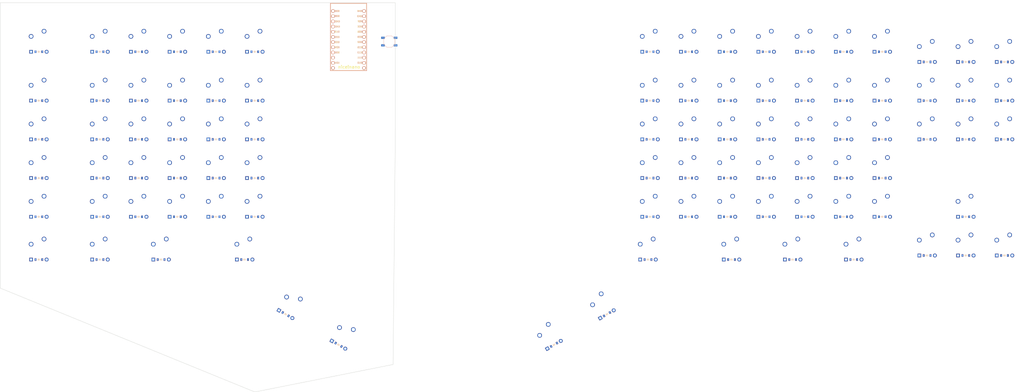
<source format=kicad_pcb>
(kicad_pcb (version 20171130) (host pcbnew 5.1.6)
  (title_block (title "left") (rev "v1.0.0") (company "Unknown"))
  (layers (0 F.Cu signal) (31 B.Cu signal) (34 B.Paste user) (35 F.Paste user) (36 B.SilkS user) (37 F.SilkS user) (38 B.Mask user) (39 F.Mask user) (44 Edge.Cuts user))
  (net 0 "")
  (net 1 "1qazcol_zxcrow")
  (net 2 "1qazcol_asdrow")
  (net 3 "1qazcol_qwerow")
  (net 4 "1qazcol_numberrow")
  (net 5 "2wsxcol_zxcrow")
  (net 6 "2wsxcol_asdrow")
  (net 7 "2wsxcol_qwerow")
  (net 8 "2wsxcol_numberrow")
  (net 9 "3edccol_zxcrow")
  (net 10 "3edccol_asdrow")
  (net 11 "3edccol_qwerow")
  (net 12 "3edccol_numberrow")
  (net 13 "4rfvcol_zxcrow")
  (net 14 "4rfvcol_asdrow")
  (net 15 "4rfvcol_qwerow")
  (net 16 "4rfvcol_numberrow")
  (net 17 "5tgbcol_zxcrow")
  (net 18 "5tgbcol_asdrow")
  (net 19 "5tgbcol_qwerow")
  (net 20 "5tgbcol_numberrow")
  (net 21 "tabcapsshift_tylda")
  (net 22 "tabcapsshift_tab")
  (net 23 "tabcapsshift_caps")
  (net 24 "tabcapsshift_shift")
  (net 25 "yhncol_nmrow")
  (net 26 "yhncol_hjkrow")
  (net 27 "yhncol_yuirow")
  (net 28 "yhncol_numberrow")
  (net 29 "ujmcol_nmrow")
  (net 30 "ujmcol_hjkrow")
  (net 31 "ujmcol_yuirow")
  (net 32 "ujmcol_numberrow")
  (net 33 "ikcol_nmrow")
  (net 34 "ikcol_hjkrow")
  (net 35 "ikcol_yuirow")
  (net 36 "ikcol_numberrow")
  (net 37 "olcol_nmrow")
  (net 38 "olcol_hjkrow")
  (net 39 "olcol_yuirow")
  (net 40 "olcol_numberrow")
  (net 41 "pcol_nmrow")
  (net 42 "pcol_hjkrow")
  (net 43 "pcol_yuirow")
  (net 44 "pcol_numberrow")
  (net 45 "minuscol_nmrow")
  (net 46 "minuscol_hjkrow")
  (net 47 "minuscol_yuirow")
  (net 48 "minuscol_numberrow")
  (net 49 "pluscol_nmrow")
  (net 50 "pluscol_hjkrow")
  (net 51 "pluscol_yuirow")
  (net 52 "pluscol_numberrow")
  (net 53 "esc_escaperow")
  (net 54 "f1_escaperow")
  (net 55 "f2_escaperow")
  (net 56 "f3_escaperow")
  (net 57 "f4_escaperow")
  (net 58 "f5_escaperow")
  (net 59 "ctrl_thumbrow")
  (net 60 "winkey_thumbrow")
  (net 61 "alt_thumbrow")
  (net 62 "space_thumbrow")
  (net 63 "ctrl2_thumbrow")
  (net 64 "thumbkey_thumbrow")
  (net 65 "f6_one")
  (net 66 "f7_one")
  (net 67 "f8_one")
  (net 68 "f9_one")
  (net 69 "f10_one")
  (net 70 "f11_one")
  (net 71 "f12_one")
  (net 72 "left_down")
  (net 73 "left_del")
  (net 74 "left_ins")
  (net 75 "left_macro")
  (net 76 "updown_down")
  (net 77 "updown_up")
  (net 78 "updown_del")
  (net 79 "updown_ins")
  (net 80 "updown_macro")
  (net 81 "right_down")
  (net 82 "right_del")
  (net 83 "right_ins")
  (net 84 "right_macro")
  (net 85 "mirror_ctrl_thumbrow")
  (net 86 "mirror_winkey_thumbrow")
  (net 87 "mirror_alt_thumbrow")
  (net 88 "mirror_space_thumbrow")
  (net 89 "mirror_ctrl2_thumbrow")
  (net 90 "mirror_thumbkey_thumbrow")
  (net 91 "GND")
  (net 92 "RST")
  (net 93 "RAW")
  (net 94 "VCC")
  (net 95 "P031")
  (net 96 "P029")
  (net 97 "P002")
  (net 98 "P115")
  (net 99 "P113")
  (net 100 "P111")
  (net 101 "P010")
  (net 102 "P009")
  (net 103 "P006")
  (net 104 "P008")
  (net 105 "P017")
  (net 106 "P020")
  (net 107 "P022")
  (net 108 "P024")
  (net 109 "P100")
  (net 110 "P011")
  (net 111 "P104")
  (net 112 "P106")
  (module MX (layer F.Cu) (at 0 0 0)
    (fp_text reference "S1" hide)
    (fp_text value "" hide)
    (pad "" np_thru_hole circle (at 0 0) (size 3.9878 3.9878) (drill 3.9878) (layers *.Cu *.Mask))
    (pad "" np_thru_hole circle (at 5.08 0) (size 1.7018 1.7018) (drill 1.7018) (layers *.Cu *.Mask))
    (pad "" np_thru_hole circle (at -5.08 0) (size 1.7018 1.7018) (drill 1.7018) (layers *.Cu *.Mask))
    (pad 1 thru_hole circle (at 2.54 -5.08) (size 2.286 2.286) (drill 1.4986) (layers *.Cu *.Mask) (net 0 ""))
    (pad 2 thru_hole circle (at -3.81 -2.54) (size 2.286 2.286) (drill 1.4986) (layers *.Cu *.Mask) (net 1 "1qazcol_zxcrow"))
  )
  (module MX (layer F.Cu) (at 0 -19 0)
    (fp_text reference "S2" hide)
    (fp_text value "" hide)
    (pad "" np_thru_hole circle (at 0 0) (size 3.9878 3.9878) (drill 3.9878) (layers *.Cu *.Mask))
    (pad "" np_thru_hole circle (at 5.08 0) (size 1.7018 1.7018) (drill 1.7018) (layers *.Cu *.Mask))
    (pad "" np_thru_hole circle (at -5.08 0) (size 1.7018 1.7018) (drill 1.7018) (layers *.Cu *.Mask))
    (pad 1 thru_hole circle (at 2.54 -5.08) (size 2.286 2.286) (drill 1.4986) (layers *.Cu *.Mask) (net 0 ""))
    (pad 2 thru_hole circle (at -3.81 -2.54) (size 2.286 2.286) (drill 1.4986) (layers *.Cu *.Mask) (net 2 "1qazcol_asdrow"))
  )
  (module MX (layer F.Cu) (at 0 -38 0)
    (fp_text reference "S3" hide)
    (fp_text value "" hide)
    (pad "" np_thru_hole circle (at 0 0) (size 3.9878 3.9878) (drill 3.9878) (layers *.Cu *.Mask))
    (pad "" np_thru_hole circle (at 5.08 0) (size 1.7018 1.7018) (drill 1.7018) (layers *.Cu *.Mask))
    (pad "" np_thru_hole circle (at -5.08 0) (size 1.7018 1.7018) (drill 1.7018) (layers *.Cu *.Mask))
    (pad 1 thru_hole circle (at 2.54 -5.08) (size 2.286 2.286) (drill 1.4986) (layers *.Cu *.Mask) (net 0 ""))
    (pad 2 thru_hole circle (at -3.81 -2.54) (size 2.286 2.286) (drill 1.4986) (layers *.Cu *.Mask) (net 3 "1qazcol_qwerow"))
  )
  (module MX (layer F.Cu) (at 0 -57 0)
    (fp_text reference "S4" hide)
    (fp_text value "" hide)
    (pad "" np_thru_hole circle (at 0 0) (size 3.9878 3.9878) (drill 3.9878) (layers *.Cu *.Mask))
    (pad "" np_thru_hole circle (at 5.08 0) (size 1.7018 1.7018) (drill 1.7018) (layers *.Cu *.Mask))
    (pad "" np_thru_hole circle (at -5.08 0) (size 1.7018 1.7018) (drill 1.7018) (layers *.Cu *.Mask))
    (pad 1 thru_hole circle (at 2.54 -5.08) (size 2.286 2.286) (drill 1.4986) (layers *.Cu *.Mask) (net 0 ""))
    (pad 2 thru_hole circle (at -3.81 -2.54) (size 2.286 2.286) (drill 1.4986) (layers *.Cu *.Mask) (net 4 "1qazcol_numberrow"))
  )
  (module MX (layer F.Cu) (at 19 0 0)
    (fp_text reference "S5" hide)
    (fp_text value "" hide)
    (pad "" np_thru_hole circle (at 0 0) (size 3.9878 3.9878) (drill 3.9878) (layers *.Cu *.Mask))
    (pad "" np_thru_hole circle (at 5.08 0) (size 1.7018 1.7018) (drill 1.7018) (layers *.Cu *.Mask))
    (pad "" np_thru_hole circle (at -5.08 0) (size 1.7018 1.7018) (drill 1.7018) (layers *.Cu *.Mask))
    (pad 1 thru_hole circle (at 2.54 -5.08) (size 2.286 2.286) (drill 1.4986) (layers *.Cu *.Mask) (net 0 ""))
    (pad 2 thru_hole circle (at -3.81 -2.54) (size 2.286 2.286) (drill 1.4986) (layers *.Cu *.Mask) (net 5 "2wsxcol_zxcrow"))
  )
  (module MX (layer F.Cu) (at 19 -19 0)
    (fp_text reference "S6" hide)
    (fp_text value "" hide)
    (pad "" np_thru_hole circle (at 0 0) (size 3.9878 3.9878) (drill 3.9878) (layers *.Cu *.Mask))
    (pad "" np_thru_hole circle (at 5.08 0) (size 1.7018 1.7018) (drill 1.7018) (layers *.Cu *.Mask))
    (pad "" np_thru_hole circle (at -5.08 0) (size 1.7018 1.7018) (drill 1.7018) (layers *.Cu *.Mask))
    (pad 1 thru_hole circle (at 2.54 -5.08) (size 2.286 2.286) (drill 1.4986) (layers *.Cu *.Mask) (net 0 ""))
    (pad 2 thru_hole circle (at -3.81 -2.54) (size 2.286 2.286) (drill 1.4986) (layers *.Cu *.Mask) (net 6 "2wsxcol_asdrow"))
  )
  (module MX (layer F.Cu) (at 19 -38 0)
    (fp_text reference "S7" hide)
    (fp_text value "" hide)
    (pad "" np_thru_hole circle (at 0 0) (size 3.9878 3.9878) (drill 3.9878) (layers *.Cu *.Mask))
    (pad "" np_thru_hole circle (at 5.08 0) (size 1.7018 1.7018) (drill 1.7018) (layers *.Cu *.Mask))
    (pad "" np_thru_hole circle (at -5.08 0) (size 1.7018 1.7018) (drill 1.7018) (layers *.Cu *.Mask))
    (pad 1 thru_hole circle (at 2.54 -5.08) (size 2.286 2.286) (drill 1.4986) (layers *.Cu *.Mask) (net 0 ""))
    (pad 2 thru_hole circle (at -3.81 -2.54) (size 2.286 2.286) (drill 1.4986) (layers *.Cu *.Mask) (net 7 "2wsxcol_qwerow"))
  )
  (module MX (layer F.Cu) (at 19 -57 0)
    (fp_text reference "S8" hide)
    (fp_text value "" hide)
    (pad "" np_thru_hole circle (at 0 0) (size 3.9878 3.9878) (drill 3.9878) (layers *.Cu *.Mask))
    (pad "" np_thru_hole circle (at 5.08 0) (size 1.7018 1.7018) (drill 1.7018) (layers *.Cu *.Mask))
    (pad "" np_thru_hole circle (at -5.08 0) (size 1.7018 1.7018) (drill 1.7018) (layers *.Cu *.Mask))
    (pad 1 thru_hole circle (at 2.54 -5.08) (size 2.286 2.286) (drill 1.4986) (layers *.Cu *.Mask) (net 0 ""))
    (pad 2 thru_hole circle (at -3.81 -2.54) (size 2.286 2.286) (drill 1.4986) (layers *.Cu *.Mask) (net 8 "2wsxcol_numberrow"))
  )
  (module MX (layer F.Cu) (at 38 0 0)
    (fp_text reference "S9" hide)
    (fp_text value "" hide)
    (pad "" np_thru_hole circle (at 0 0) (size 3.9878 3.9878) (drill 3.9878) (layers *.Cu *.Mask))
    (pad "" np_thru_hole circle (at 5.08 0) (size 1.7018 1.7018) (drill 1.7018) (layers *.Cu *.Mask))
    (pad "" np_thru_hole circle (at -5.08 0) (size 1.7018 1.7018) (drill 1.7018) (layers *.Cu *.Mask))
    (pad 1 thru_hole circle (at 2.54 -5.08) (size 2.286 2.286) (drill 1.4986) (layers *.Cu *.Mask) (net 0 ""))
    (pad 2 thru_hole circle (at -3.81 -2.54) (size 2.286 2.286) (drill 1.4986) (layers *.Cu *.Mask) (net 9 "3edccol_zxcrow"))
  )
  (module MX (layer F.Cu) (at 38 -19 0)
    (fp_text reference "S10" hide)
    (fp_text value "" hide)
    (pad "" np_thru_hole circle (at 0 0) (size 3.9878 3.9878) (drill 3.9878) (layers *.Cu *.Mask))
    (pad "" np_thru_hole circle (at 5.08 0) (size 1.7018 1.7018) (drill 1.7018) (layers *.Cu *.Mask))
    (pad "" np_thru_hole circle (at -5.08 0) (size 1.7018 1.7018) (drill 1.7018) (layers *.Cu *.Mask))
    (pad 1 thru_hole circle (at 2.54 -5.08) (size 2.286 2.286) (drill 1.4986) (layers *.Cu *.Mask) (net 0 ""))
    (pad 2 thru_hole circle (at -3.81 -2.54) (size 2.286 2.286) (drill 1.4986) (layers *.Cu *.Mask) (net 10 "3edccol_asdrow"))
  )
  (module MX (layer F.Cu) (at 38 -38 0)
    (fp_text reference "S11" hide)
    (fp_text value "" hide)
    (pad "" np_thru_hole circle (at 0 0) (size 3.9878 3.9878) (drill 3.9878) (layers *.Cu *.Mask))
    (pad "" np_thru_hole circle (at 5.08 0) (size 1.7018 1.7018) (drill 1.7018) (layers *.Cu *.Mask))
    (pad "" np_thru_hole circle (at -5.08 0) (size 1.7018 1.7018) (drill 1.7018) (layers *.Cu *.Mask))
    (pad 1 thru_hole circle (at 2.54 -5.08) (size 2.286 2.286) (drill 1.4986) (layers *.Cu *.Mask) (net 0 ""))
    (pad 2 thru_hole circle (at -3.81 -2.54) (size 2.286 2.286) (drill 1.4986) (layers *.Cu *.Mask) (net 11 "3edccol_qwerow"))
  )
  (module MX (layer F.Cu) (at 38 -57 0)
    (fp_text reference "S12" hide)
    (fp_text value "" hide)
    (pad "" np_thru_hole circle (at 0 0) (size 3.9878 3.9878) (drill 3.9878) (layers *.Cu *.Mask))
    (pad "" np_thru_hole circle (at 5.08 0) (size 1.7018 1.7018) (drill 1.7018) (layers *.Cu *.Mask))
    (pad "" np_thru_hole circle (at -5.08 0) (size 1.7018 1.7018) (drill 1.7018) (layers *.Cu *.Mask))
    (pad 1 thru_hole circle (at 2.54 -5.08) (size 2.286 2.286) (drill 1.4986) (layers *.Cu *.Mask) (net 0 ""))
    (pad 2 thru_hole circle (at -3.81 -2.54) (size 2.286 2.286) (drill 1.4986) (layers *.Cu *.Mask) (net 12 "3edccol_numberrow"))
  )
  (module MX (layer F.Cu) (at 57 0 0)
    (fp_text reference "S13" hide)
    (fp_text value "" hide)
    (pad "" np_thru_hole circle (at 0 0) (size 3.9878 3.9878) (drill 3.9878) (layers *.Cu *.Mask))
    (pad "" np_thru_hole circle (at 5.08 0) (size 1.7018 1.7018) (drill 1.7018) (layers *.Cu *.Mask))
    (pad "" np_thru_hole circle (at -5.08 0) (size 1.7018 1.7018) (drill 1.7018) (layers *.Cu *.Mask))
    (pad 1 thru_hole circle (at 2.54 -5.08) (size 2.286 2.286) (drill 1.4986) (layers *.Cu *.Mask) (net 0 ""))
    (pad 2 thru_hole circle (at -3.81 -2.54) (size 2.286 2.286) (drill 1.4986) (layers *.Cu *.Mask) (net 13 "4rfvcol_zxcrow"))
  )
  (module MX (layer F.Cu) (at 57 -19 0)
    (fp_text reference "S14" hide)
    (fp_text value "" hide)
    (pad "" np_thru_hole circle (at 0 0) (size 3.9878 3.9878) (drill 3.9878) (layers *.Cu *.Mask))
    (pad "" np_thru_hole circle (at 5.08 0) (size 1.7018 1.7018) (drill 1.7018) (layers *.Cu *.Mask))
    (pad "" np_thru_hole circle (at -5.08 0) (size 1.7018 1.7018) (drill 1.7018) (layers *.Cu *.Mask))
    (pad 1 thru_hole circle (at 2.54 -5.08) (size 2.286 2.286) (drill 1.4986) (layers *.Cu *.Mask) (net 0 ""))
    (pad 2 thru_hole circle (at -3.81 -2.54) (size 2.286 2.286) (drill 1.4986) (layers *.Cu *.Mask) (net 14 "4rfvcol_asdrow"))
  )
  (module MX (layer F.Cu) (at 57 -38 0)
    (fp_text reference "S15" hide)
    (fp_text value "" hide)
    (pad "" np_thru_hole circle (at 0 0) (size 3.9878 3.9878) (drill 3.9878) (layers *.Cu *.Mask))
    (pad "" np_thru_hole circle (at 5.08 0) (size 1.7018 1.7018) (drill 1.7018) (layers *.Cu *.Mask))
    (pad "" np_thru_hole circle (at -5.08 0) (size 1.7018 1.7018) (drill 1.7018) (layers *.Cu *.Mask))
    (pad 1 thru_hole circle (at 2.54 -5.08) (size 2.286 2.286) (drill 1.4986) (layers *.Cu *.Mask) (net 0 ""))
    (pad 2 thru_hole circle (at -3.81 -2.54) (size 2.286 2.286) (drill 1.4986) (layers *.Cu *.Mask) (net 15 "4rfvcol_qwerow"))
  )
  (module MX (layer F.Cu) (at 57 -57 0)
    (fp_text reference "S16" hide)
    (fp_text value "" hide)
    (pad "" np_thru_hole circle (at 0 0) (size 3.9878 3.9878) (drill 3.9878) (layers *.Cu *.Mask))
    (pad "" np_thru_hole circle (at 5.08 0) (size 1.7018 1.7018) (drill 1.7018) (layers *.Cu *.Mask))
    (pad "" np_thru_hole circle (at -5.08 0) (size 1.7018 1.7018) (drill 1.7018) (layers *.Cu *.Mask))
    (pad 1 thru_hole circle (at 2.54 -5.08) (size 2.286 2.286) (drill 1.4986) (layers *.Cu *.Mask) (net 0 ""))
    (pad 2 thru_hole circle (at -3.81 -2.54) (size 2.286 2.286) (drill 1.4986) (layers *.Cu *.Mask) (net 16 "4rfvcol_numberrow"))
  )
  (module MX (layer F.Cu) (at 76 0 0)
    (fp_text reference "S17" hide)
    (fp_text value "" hide)
    (pad "" np_thru_hole circle (at 0 0) (size 3.9878 3.9878) (drill 3.9878) (layers *.Cu *.Mask))
    (pad "" np_thru_hole circle (at 5.08 0) (size 1.7018 1.7018) (drill 1.7018) (layers *.Cu *.Mask))
    (pad "" np_thru_hole circle (at -5.08 0) (size 1.7018 1.7018) (drill 1.7018) (layers *.Cu *.Mask))
    (pad 1 thru_hole circle (at 2.54 -5.08) (size 2.286 2.286) (drill 1.4986) (layers *.Cu *.Mask) (net 0 ""))
    (pad 2 thru_hole circle (at -3.81 -2.54) (size 2.286 2.286) (drill 1.4986) (layers *.Cu *.Mask) (net 17 "5tgbcol_zxcrow"))
  )
  (module MX (layer F.Cu) (at 76 -19 0)
    (fp_text reference "S18" hide)
    (fp_text value "" hide)
    (pad "" np_thru_hole circle (at 0 0) (size 3.9878 3.9878) (drill 3.9878) (layers *.Cu *.Mask))
    (pad "" np_thru_hole circle (at 5.08 0) (size 1.7018 1.7018) (drill 1.7018) (layers *.Cu *.Mask))
    (pad "" np_thru_hole circle (at -5.08 0) (size 1.7018 1.7018) (drill 1.7018) (layers *.Cu *.Mask))
    (pad 1 thru_hole circle (at 2.54 -5.08) (size 2.286 2.286) (drill 1.4986) (layers *.Cu *.Mask) (net 0 ""))
    (pad 2 thru_hole circle (at -3.81 -2.54) (size 2.286 2.286) (drill 1.4986) (layers *.Cu *.Mask) (net 18 "5tgbcol_asdrow"))
  )
  (module MX (layer F.Cu) (at 76 -38 0)
    (fp_text reference "S19" hide)
    (fp_text value "" hide)
    (pad "" np_thru_hole circle (at 0 0) (size 3.9878 3.9878) (drill 3.9878) (layers *.Cu *.Mask))
    (pad "" np_thru_hole circle (at 5.08 0) (size 1.7018 1.7018) (drill 1.7018) (layers *.Cu *.Mask))
    (pad "" np_thru_hole circle (at -5.08 0) (size 1.7018 1.7018) (drill 1.7018) (layers *.Cu *.Mask))
    (pad 1 thru_hole circle (at 2.54 -5.08) (size 2.286 2.286) (drill 1.4986) (layers *.Cu *.Mask) (net 0 ""))
    (pad 2 thru_hole circle (at -3.81 -2.54) (size 2.286 2.286) (drill 1.4986) (layers *.Cu *.Mask) (net 19 "5tgbcol_qwerow"))
  )
  (module MX (layer F.Cu) (at 76 -57 0)
    (fp_text reference "S20" hide)
    (fp_text value "" hide)
    (pad "" np_thru_hole circle (at 0 0) (size 3.9878 3.9878) (drill 3.9878) (layers *.Cu *.Mask))
    (pad "" np_thru_hole circle (at 5.08 0) (size 1.7018 1.7018) (drill 1.7018) (layers *.Cu *.Mask))
    (pad "" np_thru_hole circle (at -5.08 0) (size 1.7018 1.7018) (drill 1.7018) (layers *.Cu *.Mask))
    (pad 1 thru_hole circle (at 2.54 -5.08) (size 2.286 2.286) (drill 1.4986) (layers *.Cu *.Mask) (net 0 ""))
    (pad 2 thru_hole circle (at -3.81 -2.54) (size 2.286 2.286) (drill 1.4986) (layers *.Cu *.Mask) (net 20 "5tgbcol_numberrow"))
  )
  (module MX (layer F.Cu) (at -30 0 0)
    (fp_text reference "S21" hide)
    (fp_text value "" hide)
    (pad "" np_thru_hole circle (at 0 0) (size 3.9878 3.9878) (drill 3.9878) (layers *.Cu *.Mask))
    (pad "" np_thru_hole circle (at 5.08 0) (size 1.7018 1.7018) (drill 1.7018) (layers *.Cu *.Mask))
    (pad "" np_thru_hole circle (at -5.08 0) (size 1.7018 1.7018) (drill 1.7018) (layers *.Cu *.Mask))
    (pad 1 thru_hole circle (at 2.54 -5.08) (size 2.286 2.286) (drill 1.4986) (layers *.Cu *.Mask) (net 0 ""))
    (pad 2 thru_hole circle (at -3.81 -2.54) (size 2.286 2.286) (drill 1.4986) (layers *.Cu *.Mask) (net 21 "tabcapsshift_tylda"))
  )
  (module MX (layer F.Cu) (at -30 -19 0)
    (fp_text reference "S22" hide)
    (fp_text value "" hide)
    (pad "" np_thru_hole circle (at 0 0) (size 3.9878 3.9878) (drill 3.9878) (layers *.Cu *.Mask))
    (pad "" np_thru_hole circle (at 5.08 0) (size 1.7018 1.7018) (drill 1.7018) (layers *.Cu *.Mask))
    (pad "" np_thru_hole circle (at -5.08 0) (size 1.7018 1.7018) (drill 1.7018) (layers *.Cu *.Mask))
    (pad 1 thru_hole circle (at 2.54 -5.08) (size 2.286 2.286) (drill 1.4986) (layers *.Cu *.Mask) (net 0 ""))
    (pad 2 thru_hole circle (at -3.81 -2.54) (size 2.286 2.286) (drill 1.4986) (layers *.Cu *.Mask) (net 22 "tabcapsshift_tab"))
  )
  (module MX (layer F.Cu) (at -30 -38 0)
    (fp_text reference "S23" hide)
    (fp_text value "" hide)
    (pad "" np_thru_hole circle (at 0 0) (size 3.9878 3.9878) (drill 3.9878) (layers *.Cu *.Mask))
    (pad "" np_thru_hole circle (at 5.08 0) (size 1.7018 1.7018) (drill 1.7018) (layers *.Cu *.Mask))
    (pad "" np_thru_hole circle (at -5.08 0) (size 1.7018 1.7018) (drill 1.7018) (layers *.Cu *.Mask))
    (pad 1 thru_hole circle (at 2.54 -5.08) (size 2.286 2.286) (drill 1.4986) (layers *.Cu *.Mask) (net 0 ""))
    (pad 2 thru_hole circle (at -3.81 -2.54) (size 2.286 2.286) (drill 1.4986) (layers *.Cu *.Mask) (net 23 "tabcapsshift_caps"))
  )
  (module MX (layer F.Cu) (at -30 -57 0)
    (fp_text reference "S24" hide)
    (fp_text value "" hide)
    (pad "" np_thru_hole circle (at 0 0) (size 3.9878 3.9878) (drill 3.9878) (layers *.Cu *.Mask))
    (pad "" np_thru_hole circle (at 5.08 0) (size 1.7018 1.7018) (drill 1.7018) (layers *.Cu *.Mask))
    (pad "" np_thru_hole circle (at -5.08 0) (size 1.7018 1.7018) (drill 1.7018) (layers *.Cu *.Mask))
    (pad 1 thru_hole circle (at 2.54 -5.08) (size 2.286 2.286) (drill 1.4986) (layers *.Cu *.Mask) (net 0 ""))
    (pad 2 thru_hole circle (at -3.81 -2.54) (size 2.286 2.286) (drill 1.4986) (layers *.Cu *.Mask) (net 24 "tabcapsshift_shift"))
  )
  (module MX (layer F.Cu) (at 270 0 0)
    (fp_text reference "S25" hide)
    (fp_text value "" hide)
    (pad "" np_thru_hole circle (at 0 0) (size 3.9878 3.9878) (drill 3.9878) (layers *.Cu *.Mask))
    (pad "" np_thru_hole circle (at 5.08 0) (size 1.7018 1.7018) (drill 1.7018) (layers *.Cu *.Mask))
    (pad "" np_thru_hole circle (at -5.08 0) (size 1.7018 1.7018) (drill 1.7018) (layers *.Cu *.Mask))
    (pad 1 thru_hole circle (at 2.54 -5.08) (size 2.286 2.286) (drill 1.4986) (layers *.Cu *.Mask) (net 0 ""))
    (pad 2 thru_hole circle (at -3.81 -2.54) (size 2.286 2.286) (drill 1.4986) (layers *.Cu *.Mask) (net 25 "yhncol_nmrow"))
  )
  (module MX (layer F.Cu) (at 270 -19 0)
    (fp_text reference "S26" hide)
    (fp_text value "" hide)
    (pad "" np_thru_hole circle (at 0 0) (size 3.9878 3.9878) (drill 3.9878) (layers *.Cu *.Mask))
    (pad "" np_thru_hole circle (at 5.08 0) (size 1.7018 1.7018) (drill 1.7018) (layers *.Cu *.Mask))
    (pad "" np_thru_hole circle (at -5.08 0) (size 1.7018 1.7018) (drill 1.7018) (layers *.Cu *.Mask))
    (pad 1 thru_hole circle (at 2.54 -5.08) (size 2.286 2.286) (drill 1.4986) (layers *.Cu *.Mask) (net 0 ""))
    (pad 2 thru_hole circle (at -3.81 -2.54) (size 2.286 2.286) (drill 1.4986) (layers *.Cu *.Mask) (net 26 "yhncol_hjkrow"))
  )
  (module MX (layer F.Cu) (at 270 -38 0)
    (fp_text reference "S27" hide)
    (fp_text value "" hide)
    (pad "" np_thru_hole circle (at 0 0) (size 3.9878 3.9878) (drill 3.9878) (layers *.Cu *.Mask))
    (pad "" np_thru_hole circle (at 5.08 0) (size 1.7018 1.7018) (drill 1.7018) (layers *.Cu *.Mask))
    (pad "" np_thru_hole circle (at -5.08 0) (size 1.7018 1.7018) (drill 1.7018) (layers *.Cu *.Mask))
    (pad 1 thru_hole circle (at 2.54 -5.08) (size 2.286 2.286) (drill 1.4986) (layers *.Cu *.Mask) (net 0 ""))
    (pad 2 thru_hole circle (at -3.81 -2.54) (size 2.286 2.286) (drill 1.4986) (layers *.Cu *.Mask) (net 27 "yhncol_yuirow"))
  )
  (module MX (layer F.Cu) (at 270 -57 0)
    (fp_text reference "S28" hide)
    (fp_text value "" hide)
    (pad "" np_thru_hole circle (at 0 0) (size 3.9878 3.9878) (drill 3.9878) (layers *.Cu *.Mask))
    (pad "" np_thru_hole circle (at 5.08 0) (size 1.7018 1.7018) (drill 1.7018) (layers *.Cu *.Mask))
    (pad "" np_thru_hole circle (at -5.08 0) (size 1.7018 1.7018) (drill 1.7018) (layers *.Cu *.Mask))
    (pad 1 thru_hole circle (at 2.54 -5.08) (size 2.286 2.286) (drill 1.4986) (layers *.Cu *.Mask) (net 0 ""))
    (pad 2 thru_hole circle (at -3.81 -2.54) (size 2.286 2.286) (drill 1.4986) (layers *.Cu *.Mask) (net 28 "yhncol_numberrow"))
  )
  (module MX (layer F.Cu) (at 289 0 0)
    (fp_text reference "S29" hide)
    (fp_text value "" hide)
    (pad "" np_thru_hole circle (at 0 0) (size 3.9878 3.9878) (drill 3.9878) (layers *.Cu *.Mask))
    (pad "" np_thru_hole circle (at 5.08 0) (size 1.7018 1.7018) (drill 1.7018) (layers *.Cu *.Mask))
    (pad "" np_thru_hole circle (at -5.08 0) (size 1.7018 1.7018) (drill 1.7018) (layers *.Cu *.Mask))
    (pad 1 thru_hole circle (at 2.54 -5.08) (size 2.286 2.286) (drill 1.4986) (layers *.Cu *.Mask) (net 0 ""))
    (pad 2 thru_hole circle (at -3.81 -2.54) (size 2.286 2.286) (drill 1.4986) (layers *.Cu *.Mask) (net 29 "ujmcol_nmrow"))
  )
  (module MX (layer F.Cu) (at 289 -19 0)
    (fp_text reference "S30" hide)
    (fp_text value "" hide)
    (pad "" np_thru_hole circle (at 0 0) (size 3.9878 3.9878) (drill 3.9878) (layers *.Cu *.Mask))
    (pad "" np_thru_hole circle (at 5.08 0) (size 1.7018 1.7018) (drill 1.7018) (layers *.Cu *.Mask))
    (pad "" np_thru_hole circle (at -5.08 0) (size 1.7018 1.7018) (drill 1.7018) (layers *.Cu *.Mask))
    (pad 1 thru_hole circle (at 2.54 -5.08) (size 2.286 2.286) (drill 1.4986) (layers *.Cu *.Mask) (net 0 ""))
    (pad 2 thru_hole circle (at -3.81 -2.54) (size 2.286 2.286) (drill 1.4986) (layers *.Cu *.Mask) (net 30 "ujmcol_hjkrow"))
  )
  (module MX (layer F.Cu) (at 289 -38 0)
    (fp_text reference "S31" hide)
    (fp_text value "" hide)
    (pad "" np_thru_hole circle (at 0 0) (size 3.9878 3.9878) (drill 3.9878) (layers *.Cu *.Mask))
    (pad "" np_thru_hole circle (at 5.08 0) (size 1.7018 1.7018) (drill 1.7018) (layers *.Cu *.Mask))
    (pad "" np_thru_hole circle (at -5.08 0) (size 1.7018 1.7018) (drill 1.7018) (layers *.Cu *.Mask))
    (pad 1 thru_hole circle (at 2.54 -5.08) (size 2.286 2.286) (drill 1.4986) (layers *.Cu *.Mask) (net 0 ""))
    (pad 2 thru_hole circle (at -3.81 -2.54) (size 2.286 2.286) (drill 1.4986) (layers *.Cu *.Mask) (net 31 "ujmcol_yuirow"))
  )
  (module MX (layer F.Cu) (at 289 -57 0)
    (fp_text reference "S32" hide)
    (fp_text value "" hide)
    (pad "" np_thru_hole circle (at 0 0) (size 3.9878 3.9878) (drill 3.9878) (layers *.Cu *.Mask))
    (pad "" np_thru_hole circle (at 5.08 0) (size 1.7018 1.7018) (drill 1.7018) (layers *.Cu *.Mask))
    (pad "" np_thru_hole circle (at -5.08 0) (size 1.7018 1.7018) (drill 1.7018) (layers *.Cu *.Mask))
    (pad 1 thru_hole circle (at 2.54 -5.08) (size 2.286 2.286) (drill 1.4986) (layers *.Cu *.Mask) (net 0 ""))
    (pad 2 thru_hole circle (at -3.81 -2.54) (size 2.286 2.286) (drill 1.4986) (layers *.Cu *.Mask) (net 32 "ujmcol_numberrow"))
  )
  (module MX (layer F.Cu) (at 308 0 0)
    (fp_text reference "S33" hide)
    (fp_text value "" hide)
    (pad "" np_thru_hole circle (at 0 0) (size 3.9878 3.9878) (drill 3.9878) (layers *.Cu *.Mask))
    (pad "" np_thru_hole circle (at 5.08 0) (size 1.7018 1.7018) (drill 1.7018) (layers *.Cu *.Mask))
    (pad "" np_thru_hole circle (at -5.08 0) (size 1.7018 1.7018) (drill 1.7018) (layers *.Cu *.Mask))
    (pad 1 thru_hole circle (at 2.54 -5.08) (size 2.286 2.286) (drill 1.4986) (layers *.Cu *.Mask) (net 0 ""))
    (pad 2 thru_hole circle (at -3.81 -2.54) (size 2.286 2.286) (drill 1.4986) (layers *.Cu *.Mask) (net 33 "ikcol_nmrow"))
  )
  (module MX (layer F.Cu) (at 308 -19 0)
    (fp_text reference "S34" hide)
    (fp_text value "" hide)
    (pad "" np_thru_hole circle (at 0 0) (size 3.9878 3.9878) (drill 3.9878) (layers *.Cu *.Mask))
    (pad "" np_thru_hole circle (at 5.08 0) (size 1.7018 1.7018) (drill 1.7018) (layers *.Cu *.Mask))
    (pad "" np_thru_hole circle (at -5.08 0) (size 1.7018 1.7018) (drill 1.7018) (layers *.Cu *.Mask))
    (pad 1 thru_hole circle (at 2.54 -5.08) (size 2.286 2.286) (drill 1.4986) (layers *.Cu *.Mask) (net 0 ""))
    (pad 2 thru_hole circle (at -3.81 -2.54) (size 2.286 2.286) (drill 1.4986) (layers *.Cu *.Mask) (net 34 "ikcol_hjkrow"))
  )
  (module MX (layer F.Cu) (at 308 -38 0)
    (fp_text reference "S35" hide)
    (fp_text value "" hide)
    (pad "" np_thru_hole circle (at 0 0) (size 3.9878 3.9878) (drill 3.9878) (layers *.Cu *.Mask))
    (pad "" np_thru_hole circle (at 5.08 0) (size 1.7018 1.7018) (drill 1.7018) (layers *.Cu *.Mask))
    (pad "" np_thru_hole circle (at -5.08 0) (size 1.7018 1.7018) (drill 1.7018) (layers *.Cu *.Mask))
    (pad 1 thru_hole circle (at 2.54 -5.08) (size 2.286 2.286) (drill 1.4986) (layers *.Cu *.Mask) (net 0 ""))
    (pad 2 thru_hole circle (at -3.81 -2.54) (size 2.286 2.286) (drill 1.4986) (layers *.Cu *.Mask) (net 35 "ikcol_yuirow"))
  )
  (module MX (layer F.Cu) (at 308 -57 0)
    (fp_text reference "S36" hide)
    (fp_text value "" hide)
    (pad "" np_thru_hole circle (at 0 0) (size 3.9878 3.9878) (drill 3.9878) (layers *.Cu *.Mask))
    (pad "" np_thru_hole circle (at 5.08 0) (size 1.7018 1.7018) (drill 1.7018) (layers *.Cu *.Mask))
    (pad "" np_thru_hole circle (at -5.08 0) (size 1.7018 1.7018) (drill 1.7018) (layers *.Cu *.Mask))
    (pad 1 thru_hole circle (at 2.54 -5.08) (size 2.286 2.286) (drill 1.4986) (layers *.Cu *.Mask) (net 0 ""))
    (pad 2 thru_hole circle (at -3.81 -2.54) (size 2.286 2.286) (drill 1.4986) (layers *.Cu *.Mask) (net 36 "ikcol_numberrow"))
  )
  (module MX (layer F.Cu) (at 327 0 0)
    (fp_text reference "S37" hide)
    (fp_text value "" hide)
    (pad "" np_thru_hole circle (at 0 0) (size 3.9878 3.9878) (drill 3.9878) (layers *.Cu *.Mask))
    (pad "" np_thru_hole circle (at 5.08 0) (size 1.7018 1.7018) (drill 1.7018) (layers *.Cu *.Mask))
    (pad "" np_thru_hole circle (at -5.08 0) (size 1.7018 1.7018) (drill 1.7018) (layers *.Cu *.Mask))
    (pad 1 thru_hole circle (at 2.54 -5.08) (size 2.286 2.286) (drill 1.4986) (layers *.Cu *.Mask) (net 0 ""))
    (pad 2 thru_hole circle (at -3.81 -2.54) (size 2.286 2.286) (drill 1.4986) (layers *.Cu *.Mask) (net 37 "olcol_nmrow"))
  )
  (module MX (layer F.Cu) (at 327 -19 0)
    (fp_text reference "S38" hide)
    (fp_text value "" hide)
    (pad "" np_thru_hole circle (at 0 0) (size 3.9878 3.9878) (drill 3.9878) (layers *.Cu *.Mask))
    (pad "" np_thru_hole circle (at 5.08 0) (size 1.7018 1.7018) (drill 1.7018) (layers *.Cu *.Mask))
    (pad "" np_thru_hole circle (at -5.08 0) (size 1.7018 1.7018) (drill 1.7018) (layers *.Cu *.Mask))
    (pad 1 thru_hole circle (at 2.54 -5.08) (size 2.286 2.286) (drill 1.4986) (layers *.Cu *.Mask) (net 0 ""))
    (pad 2 thru_hole circle (at -3.81 -2.54) (size 2.286 2.286) (drill 1.4986) (layers *.Cu *.Mask) (net 38 "olcol_hjkrow"))
  )
  (module MX (layer F.Cu) (at 327 -38 0)
    (fp_text reference "S39" hide)
    (fp_text value "" hide)
    (pad "" np_thru_hole circle (at 0 0) (size 3.9878 3.9878) (drill 3.9878) (layers *.Cu *.Mask))
    (pad "" np_thru_hole circle (at 5.08 0) (size 1.7018 1.7018) (drill 1.7018) (layers *.Cu *.Mask))
    (pad "" np_thru_hole circle (at -5.08 0) (size 1.7018 1.7018) (drill 1.7018) (layers *.Cu *.Mask))
    (pad 1 thru_hole circle (at 2.54 -5.08) (size 2.286 2.286) (drill 1.4986) (layers *.Cu *.Mask) (net 0 ""))
    (pad 2 thru_hole circle (at -3.81 -2.54) (size 2.286 2.286) (drill 1.4986) (layers *.Cu *.Mask) (net 39 "olcol_yuirow"))
  )
  (module MX (layer F.Cu) (at 327 -57 0)
    (fp_text reference "S40" hide)
    (fp_text value "" hide)
    (pad "" np_thru_hole circle (at 0 0) (size 3.9878 3.9878) (drill 3.9878) (layers *.Cu *.Mask))
    (pad "" np_thru_hole circle (at 5.08 0) (size 1.7018 1.7018) (drill 1.7018) (layers *.Cu *.Mask))
    (pad "" np_thru_hole circle (at -5.08 0) (size 1.7018 1.7018) (drill 1.7018) (layers *.Cu *.Mask))
    (pad 1 thru_hole circle (at 2.54 -5.08) (size 2.286 2.286) (drill 1.4986) (layers *.Cu *.Mask) (net 0 ""))
    (pad 2 thru_hole circle (at -3.81 -2.54) (size 2.286 2.286) (drill 1.4986) (layers *.Cu *.Mask) (net 40 "olcol_numberrow"))
  )
  (module MX (layer F.Cu) (at 346 0 0)
    (fp_text reference "S41" hide)
    (fp_text value "" hide)
    (pad "" np_thru_hole circle (at 0 0) (size 3.9878 3.9878) (drill 3.9878) (layers *.Cu *.Mask))
    (pad "" np_thru_hole circle (at 5.08 0) (size 1.7018 1.7018) (drill 1.7018) (layers *.Cu *.Mask))
    (pad "" np_thru_hole circle (at -5.08 0) (size 1.7018 1.7018) (drill 1.7018) (layers *.Cu *.Mask))
    (pad 1 thru_hole circle (at 2.54 -5.08) (size 2.286 2.286) (drill 1.4986) (layers *.Cu *.Mask) (net 0 ""))
    (pad 2 thru_hole circle (at -3.81 -2.54) (size 2.286 2.286) (drill 1.4986) (layers *.Cu *.Mask) (net 41 "pcol_nmrow"))
  )
  (module MX (layer F.Cu) (at 346 -19 0)
    (fp_text reference "S42" hide)
    (fp_text value "" hide)
    (pad "" np_thru_hole circle (at 0 0) (size 3.9878 3.9878) (drill 3.9878) (layers *.Cu *.Mask))
    (pad "" np_thru_hole circle (at 5.08 0) (size 1.7018 1.7018) (drill 1.7018) (layers *.Cu *.Mask))
    (pad "" np_thru_hole circle (at -5.08 0) (size 1.7018 1.7018) (drill 1.7018) (layers *.Cu *.Mask))
    (pad 1 thru_hole circle (at 2.54 -5.08) (size 2.286 2.286) (drill 1.4986) (layers *.Cu *.Mask) (net 0 ""))
    (pad 2 thru_hole circle (at -3.81 -2.54) (size 2.286 2.286) (drill 1.4986) (layers *.Cu *.Mask) (net 42 "pcol_hjkrow"))
  )
  (module MX (layer F.Cu) (at 346 -38 0)
    (fp_text reference "S43" hide)
    (fp_text value "" hide)
    (pad "" np_thru_hole circle (at 0 0) (size 3.9878 3.9878) (drill 3.9878) (layers *.Cu *.Mask))
    (pad "" np_thru_hole circle (at 5.08 0) (size 1.7018 1.7018) (drill 1.7018) (layers *.Cu *.Mask))
    (pad "" np_thru_hole circle (at -5.08 0) (size 1.7018 1.7018) (drill 1.7018) (layers *.Cu *.Mask))
    (pad 1 thru_hole circle (at 2.54 -5.08) (size 2.286 2.286) (drill 1.4986) (layers *.Cu *.Mask) (net 0 ""))
    (pad 2 thru_hole circle (at -3.81 -2.54) (size 2.286 2.286) (drill 1.4986) (layers *.Cu *.Mask) (net 43 "pcol_yuirow"))
  )
  (module MX (layer F.Cu) (at 346 -57 0)
    (fp_text reference "S44" hide)
    (fp_text value "" hide)
    (pad "" np_thru_hole circle (at 0 0) (size 3.9878 3.9878) (drill 3.9878) (layers *.Cu *.Mask))
    (pad "" np_thru_hole circle (at 5.08 0) (size 1.7018 1.7018) (drill 1.7018) (layers *.Cu *.Mask))
    (pad "" np_thru_hole circle (at -5.08 0) (size 1.7018 1.7018) (drill 1.7018) (layers *.Cu *.Mask))
    (pad 1 thru_hole circle (at 2.54 -5.08) (size 2.286 2.286) (drill 1.4986) (layers *.Cu *.Mask) (net 0 ""))
    (pad 2 thru_hole circle (at -3.81 -2.54) (size 2.286 2.286) (drill 1.4986) (layers *.Cu *.Mask) (net 44 "pcol_numberrow"))
  )
  (module MX (layer F.Cu) (at 365 0 0)
    (fp_text reference "S45" hide)
    (fp_text value "" hide)
    (pad "" np_thru_hole circle (at 0 0) (size 3.9878 3.9878) (drill 3.9878) (layers *.Cu *.Mask))
    (pad "" np_thru_hole circle (at 5.08 0) (size 1.7018 1.7018) (drill 1.7018) (layers *.Cu *.Mask))
    (pad "" np_thru_hole circle (at -5.08 0) (size 1.7018 1.7018) (drill 1.7018) (layers *.Cu *.Mask))
    (pad 1 thru_hole circle (at 2.54 -5.08) (size 2.286 2.286) (drill 1.4986) (layers *.Cu *.Mask) (net 0 ""))
    (pad 2 thru_hole circle (at -3.81 -2.54) (size 2.286 2.286) (drill 1.4986) (layers *.Cu *.Mask) (net 45 "minuscol_nmrow"))
  )
  (module MX (layer F.Cu) (at 365 -19 0)
    (fp_text reference "S46" hide)
    (fp_text value "" hide)
    (pad "" np_thru_hole circle (at 0 0) (size 3.9878 3.9878) (drill 3.9878) (layers *.Cu *.Mask))
    (pad "" np_thru_hole circle (at 5.08 0) (size 1.7018 1.7018) (drill 1.7018) (layers *.Cu *.Mask))
    (pad "" np_thru_hole circle (at -5.08 0) (size 1.7018 1.7018) (drill 1.7018) (layers *.Cu *.Mask))
    (pad 1 thru_hole circle (at 2.54 -5.08) (size 2.286 2.286) (drill 1.4986) (layers *.Cu *.Mask) (net 0 ""))
    (pad 2 thru_hole circle (at -3.81 -2.54) (size 2.286 2.286) (drill 1.4986) (layers *.Cu *.Mask) (net 46 "minuscol_hjkrow"))
  )
  (module MX (layer F.Cu) (at 365 -38 0)
    (fp_text reference "S47" hide)
    (fp_text value "" hide)
    (pad "" np_thru_hole circle (at 0 0) (size 3.9878 3.9878) (drill 3.9878) (layers *.Cu *.Mask))
    (pad "" np_thru_hole circle (at 5.08 0) (size 1.7018 1.7018) (drill 1.7018) (layers *.Cu *.Mask))
    (pad "" np_thru_hole circle (at -5.08 0) (size 1.7018 1.7018) (drill 1.7018) (layers *.Cu *.Mask))
    (pad 1 thru_hole circle (at 2.54 -5.08) (size 2.286 2.286) (drill 1.4986) (layers *.Cu *.Mask) (net 0 ""))
    (pad 2 thru_hole circle (at -3.81 -2.54) (size 2.286 2.286) (drill 1.4986) (layers *.Cu *.Mask) (net 47 "minuscol_yuirow"))
  )
  (module MX (layer F.Cu) (at 365 -57 0)
    (fp_text reference "S48" hide)
    (fp_text value "" hide)
    (pad "" np_thru_hole circle (at 0 0) (size 3.9878 3.9878) (drill 3.9878) (layers *.Cu *.Mask))
    (pad "" np_thru_hole circle (at 5.08 0) (size 1.7018 1.7018) (drill 1.7018) (layers *.Cu *.Mask))
    (pad "" np_thru_hole circle (at -5.08 0) (size 1.7018 1.7018) (drill 1.7018) (layers *.Cu *.Mask))
    (pad 1 thru_hole circle (at 2.54 -5.08) (size 2.286 2.286) (drill 1.4986) (layers *.Cu *.Mask) (net 0 ""))
    (pad 2 thru_hole circle (at -3.81 -2.54) (size 2.286 2.286) (drill 1.4986) (layers *.Cu *.Mask) (net 48 "minuscol_numberrow"))
  )
  (module MX (layer F.Cu) (at 384 0 0)
    (fp_text reference "S49" hide)
    (fp_text value "" hide)
    (pad "" np_thru_hole circle (at 0 0) (size 3.9878 3.9878) (drill 3.9878) (layers *.Cu *.Mask))
    (pad "" np_thru_hole circle (at 5.08 0) (size 1.7018 1.7018) (drill 1.7018) (layers *.Cu *.Mask))
    (pad "" np_thru_hole circle (at -5.08 0) (size 1.7018 1.7018) (drill 1.7018) (layers *.Cu *.Mask))
    (pad 1 thru_hole circle (at 2.54 -5.08) (size 2.286 2.286) (drill 1.4986) (layers *.Cu *.Mask) (net 0 ""))
    (pad 2 thru_hole circle (at -3.81 -2.54) (size 2.286 2.286) (drill 1.4986) (layers *.Cu *.Mask) (net 49 "pluscol_nmrow"))
  )
  (module MX (layer F.Cu) (at 384 -19 0)
    (fp_text reference "S50" hide)
    (fp_text value "" hide)
    (pad "" np_thru_hole circle (at 0 0) (size 3.9878 3.9878) (drill 3.9878) (layers *.Cu *.Mask))
    (pad "" np_thru_hole circle (at 5.08 0) (size 1.7018 1.7018) (drill 1.7018) (layers *.Cu *.Mask))
    (pad "" np_thru_hole circle (at -5.08 0) (size 1.7018 1.7018) (drill 1.7018) (layers *.Cu *.Mask))
    (pad 1 thru_hole circle (at 2.54 -5.08) (size 2.286 2.286) (drill 1.4986) (layers *.Cu *.Mask) (net 0 ""))
    (pad 2 thru_hole circle (at -3.81 -2.54) (size 2.286 2.286) (drill 1.4986) (layers *.Cu *.Mask) (net 50 "pluscol_hjkrow"))
  )
  (module MX (layer F.Cu) (at 384 -38 0)
    (fp_text reference "S51" hide)
    (fp_text value "" hide)
    (pad "" np_thru_hole circle (at 0 0) (size 3.9878 3.9878) (drill 3.9878) (layers *.Cu *.Mask))
    (pad "" np_thru_hole circle (at 5.08 0) (size 1.7018 1.7018) (drill 1.7018) (layers *.Cu *.Mask))
    (pad "" np_thru_hole circle (at -5.08 0) (size 1.7018 1.7018) (drill 1.7018) (layers *.Cu *.Mask))
    (pad 1 thru_hole circle (at 2.54 -5.08) (size 2.286 2.286) (drill 1.4986) (layers *.Cu *.Mask) (net 0 ""))
    (pad 2 thru_hole circle (at -3.81 -2.54) (size 2.286 2.286) (drill 1.4986) (layers *.Cu *.Mask) (net 51 "pluscol_yuirow"))
  )
  (module MX (layer F.Cu) (at 384 -57 0)
    (fp_text reference "S52" hide)
    (fp_text value "" hide)
    (pad "" np_thru_hole circle (at 0 0) (size 3.9878 3.9878) (drill 3.9878) (layers *.Cu *.Mask))
    (pad "" np_thru_hole circle (at 5.08 0) (size 1.7018 1.7018) (drill 1.7018) (layers *.Cu *.Mask))
    (pad "" np_thru_hole circle (at -5.08 0) (size 1.7018 1.7018) (drill 1.7018) (layers *.Cu *.Mask))
    (pad 1 thru_hole circle (at 2.54 -5.08) (size 2.286 2.286) (drill 1.4986) (layers *.Cu *.Mask) (net 0 ""))
    (pad 2 thru_hole circle (at -3.81 -2.54) (size 2.286 2.286) (drill 1.4986) (layers *.Cu *.Mask) (net 52 "pluscol_numberrow"))
  )
  (module MX (layer F.Cu) (at -30 -81 0)
    (fp_text reference "S53" hide)
    (fp_text value "" hide)
    (pad "" np_thru_hole circle (at 0 0) (size 3.9878 3.9878) (drill 3.9878) (layers *.Cu *.Mask))
    (pad "" np_thru_hole circle (at 5.08 0) (size 1.7018 1.7018) (drill 1.7018) (layers *.Cu *.Mask))
    (pad "" np_thru_hole circle (at -5.08 0) (size 1.7018 1.7018) (drill 1.7018) (layers *.Cu *.Mask))
    (pad 1 thru_hole circle (at 2.54 -5.08) (size 2.286 2.286) (drill 1.4986) (layers *.Cu *.Mask) (net 0 ""))
    (pad 2 thru_hole circle (at -3.81 -2.54) (size 2.286 2.286) (drill 1.4986) (layers *.Cu *.Mask) (net 53 "esc_escaperow"))
  )
  (module MX (layer F.Cu) (at 0 -81 0)
    (fp_text reference "S54" hide)
    (fp_text value "" hide)
    (pad "" np_thru_hole circle (at 0 0) (size 3.9878 3.9878) (drill 3.9878) (layers *.Cu *.Mask))
    (pad "" np_thru_hole circle (at 5.08 0) (size 1.7018 1.7018) (drill 1.7018) (layers *.Cu *.Mask))
    (pad "" np_thru_hole circle (at -5.08 0) (size 1.7018 1.7018) (drill 1.7018) (layers *.Cu *.Mask))
    (pad 1 thru_hole circle (at 2.54 -5.08) (size 2.286 2.286) (drill 1.4986) (layers *.Cu *.Mask) (net 0 ""))
    (pad 2 thru_hole circle (at -3.81 -2.54) (size 2.286 2.286) (drill 1.4986) (layers *.Cu *.Mask) (net 54 "f1_escaperow"))
  )
  (module MX (layer F.Cu) (at 19 -81 0)
    (fp_text reference "S55" hide)
    (fp_text value "" hide)
    (pad "" np_thru_hole circle (at 0 0) (size 3.9878 3.9878) (drill 3.9878) (layers *.Cu *.Mask))
    (pad "" np_thru_hole circle (at 5.08 0) (size 1.7018 1.7018) (drill 1.7018) (layers *.Cu *.Mask))
    (pad "" np_thru_hole circle (at -5.08 0) (size 1.7018 1.7018) (drill 1.7018) (layers *.Cu *.Mask))
    (pad 1 thru_hole circle (at 2.54 -5.08) (size 2.286 2.286) (drill 1.4986) (layers *.Cu *.Mask) (net 0 ""))
    (pad 2 thru_hole circle (at -3.81 -2.54) (size 2.286 2.286) (drill 1.4986) (layers *.Cu *.Mask) (net 55 "f2_escaperow"))
  )
  (module MX (layer F.Cu) (at 38 -81 0)
    (fp_text reference "S56" hide)
    (fp_text value "" hide)
    (pad "" np_thru_hole circle (at 0 0) (size 3.9878 3.9878) (drill 3.9878) (layers *.Cu *.Mask))
    (pad "" np_thru_hole circle (at 5.08 0) (size 1.7018 1.7018) (drill 1.7018) (layers *.Cu *.Mask))
    (pad "" np_thru_hole circle (at -5.08 0) (size 1.7018 1.7018) (drill 1.7018) (layers *.Cu *.Mask))
    (pad 1 thru_hole circle (at 2.54 -5.08) (size 2.286 2.286) (drill 1.4986) (layers *.Cu *.Mask) (net 0 ""))
    (pad 2 thru_hole circle (at -3.81 -2.54) (size 2.286 2.286) (drill 1.4986) (layers *.Cu *.Mask) (net 56 "f3_escaperow"))
  )
  (module MX (layer F.Cu) (at 57 -81 0)
    (fp_text reference "S57" hide)
    (fp_text value "" hide)
    (pad "" np_thru_hole circle (at 0 0) (size 3.9878 3.9878) (drill 3.9878) (layers *.Cu *.Mask))
    (pad "" np_thru_hole circle (at 5.08 0) (size 1.7018 1.7018) (drill 1.7018) (layers *.Cu *.Mask))
    (pad "" np_thru_hole circle (at -5.08 0) (size 1.7018 1.7018) (drill 1.7018) (layers *.Cu *.Mask))
    (pad 1 thru_hole circle (at 2.54 -5.08) (size 2.286 2.286) (drill 1.4986) (layers *.Cu *.Mask) (net 0 ""))
    (pad 2 thru_hole circle (at -3.81 -2.54) (size 2.286 2.286) (drill 1.4986) (layers *.Cu *.Mask) (net 57 "f4_escaperow"))
  )
  (module MX (layer F.Cu) (at 76 -81 0)
    (fp_text reference "S58" hide)
    (fp_text value "" hide)
    (pad "" np_thru_hole circle (at 0 0) (size 3.9878 3.9878) (drill 3.9878) (layers *.Cu *.Mask))
    (pad "" np_thru_hole circle (at 5.08 0) (size 1.7018 1.7018) (drill 1.7018) (layers *.Cu *.Mask))
    (pad "" np_thru_hole circle (at -5.08 0) (size 1.7018 1.7018) (drill 1.7018) (layers *.Cu *.Mask))
    (pad 1 thru_hole circle (at 2.54 -5.08) (size 2.286 2.286) (drill 1.4986) (layers *.Cu *.Mask) (net 0 ""))
    (pad 2 thru_hole circle (at -3.81 -2.54) (size 2.286 2.286) (drill 1.4986) (layers *.Cu *.Mask) (net 58 "f5_escaperow"))
  )
  (module MX (layer F.Cu) (at -30 21 0)
    (fp_text reference "S59" hide)
    (fp_text value "" hide)
    (pad "" np_thru_hole circle (at 0 0) (size 3.9878 3.9878) (drill 3.9878) (layers *.Cu *.Mask))
    (pad "" np_thru_hole circle (at 5.08 0) (size 1.7018 1.7018) (drill 1.7018) (layers *.Cu *.Mask))
    (pad "" np_thru_hole circle (at -5.08 0) (size 1.7018 1.7018) (drill 1.7018) (layers *.Cu *.Mask))
    (pad 1 thru_hole circle (at 2.54 -5.08) (size 2.286 2.286) (drill 1.4986) (layers *.Cu *.Mask) (net 0 ""))
    (pad 2 thru_hole circle (at -3.81 -2.54) (size 2.286 2.286) (drill 1.4986) (layers *.Cu *.Mask) (net 59 "ctrl_thumbrow"))
  )
  (module MX (layer F.Cu) (at 0 21 0)
    (fp_text reference "S60" hide)
    (fp_text value "" hide)
    (pad "" np_thru_hole circle (at 0 0) (size 3.9878 3.9878) (drill 3.9878) (layers *.Cu *.Mask))
    (pad "" np_thru_hole circle (at 5.08 0) (size 1.7018 1.7018) (drill 1.7018) (layers *.Cu *.Mask))
    (pad "" np_thru_hole circle (at -5.08 0) (size 1.7018 1.7018) (drill 1.7018) (layers *.Cu *.Mask))
    (pad 1 thru_hole circle (at 2.54 -5.08) (size 2.286 2.286) (drill 1.4986) (layers *.Cu *.Mask) (net 0 ""))
    (pad 2 thru_hole circle (at -3.81 -2.54) (size 2.286 2.286) (drill 1.4986) (layers *.Cu *.Mask) (net 60 "winkey_thumbrow"))
  )
  (module MX (layer F.Cu) (at 30 21 0)
    (fp_text reference "S61" hide)
    (fp_text value "" hide)
    (pad "" np_thru_hole circle (at 0 0) (size 3.9878 3.9878) (drill 3.9878) (layers *.Cu *.Mask))
    (pad "" np_thru_hole circle (at 5.08 0) (size 1.7018 1.7018) (drill 1.7018) (layers *.Cu *.Mask))
    (pad "" np_thru_hole circle (at -5.08 0) (size 1.7018 1.7018) (drill 1.7018) (layers *.Cu *.Mask))
    (pad 1 thru_hole circle (at 2.54 -5.08) (size 2.286 2.286) (drill 1.4986) (layers *.Cu *.Mask) (net 0 ""))
    (pad 2 thru_hole circle (at -3.81 -2.54) (size 2.286 2.286) (drill 1.4986) (layers *.Cu *.Mask) (net 61 "alt_thumbrow"))
  )
  (module MX (layer F.Cu) (at 71 21 0)
    (fp_text reference "S62" hide)
    (fp_text value "" hide)
    (pad "" np_thru_hole circle (at 0 0) (size 3.9878 3.9878) (drill 3.9878) (layers *.Cu *.Mask))
    (pad "" np_thru_hole circle (at 5.08 0) (size 1.7018 1.7018) (drill 1.7018) (layers *.Cu *.Mask))
    (pad "" np_thru_hole circle (at -5.08 0) (size 1.7018 1.7018) (drill 1.7018) (layers *.Cu *.Mask))
    (pad 1 thru_hole circle (at 2.54 -5.08) (size 2.286 2.286) (drill 1.4986) (layers *.Cu *.Mask) (net 0 ""))
    (pad 2 thru_hole circle (at -3.81 -2.54) (size 2.286 2.286) (drill 1.4986) (layers *.Cu *.Mask) (net 62 "space_thumbrow"))
  )
  (module MX (layer F.Cu) (at 93.63139720000001 48.5 -30)
    (fp_text reference "S63" hide)
    (fp_text value "" hide)
    (pad "" np_thru_hole circle (at 0 0) (size 3.9878 3.9878) (drill 3.9878) (layers *.Cu *.Mask))
    (pad "" np_thru_hole circle (at 5.08 0) (size 1.7018 1.7018) (drill 1.7018) (layers *.Cu *.Mask))
    (pad "" np_thru_hole circle (at -5.08 0) (size 1.7018 1.7018) (drill 1.7018) (layers *.Cu *.Mask))
    (pad 1 thru_hole circle (at 2.54 -5.08) (size 2.286 2.286) (drill 1.4986) (layers *.Cu *.Mask) (net 0 ""))
    (pad 2 thru_hole circle (at -3.81 -2.54) (size 2.286 2.286) (drill 1.4986) (layers *.Cu *.Mask) (net 63 "ctrl2_thumbrow"))
  )
  (module MX (layer F.Cu) (at 119.6121593 63.5 -30)
    (fp_text reference "S64" hide)
    (fp_text value "" hide)
    (pad "" np_thru_hole circle (at 0 0) (size 3.9878 3.9878) (drill 3.9878) (layers *.Cu *.Mask))
    (pad "" np_thru_hole circle (at 5.08 0) (size 1.7018 1.7018) (drill 1.7018) (layers *.Cu *.Mask))
    (pad "" np_thru_hole circle (at -5.08 0) (size 1.7018 1.7018) (drill 1.7018) (layers *.Cu *.Mask))
    (pad 1 thru_hole circle (at 2.54 -5.08) (size 2.286 2.286) (drill 1.4986) (layers *.Cu *.Mask) (net 0 ""))
    (pad 2 thru_hole circle (at -3.81 -2.54) (size 2.286 2.286) (drill 1.4986) (layers *.Cu *.Mask) (net 64 "thumbkey_thumbrow"))
  )
  (module MX (layer F.Cu) (at 270 -81 0)
    (fp_text reference "S65" hide)
    (fp_text value "" hide)
    (pad "" np_thru_hole circle (at 0 0) (size 3.9878 3.9878) (drill 3.9878) (layers *.Cu *.Mask))
    (pad "" np_thru_hole circle (at 5.08 0) (size 1.7018 1.7018) (drill 1.7018) (layers *.Cu *.Mask))
    (pad "" np_thru_hole circle (at -5.08 0) (size 1.7018 1.7018) (drill 1.7018) (layers *.Cu *.Mask))
    (pad 1 thru_hole circle (at 2.54 -5.08) (size 2.286 2.286) (drill 1.4986) (layers *.Cu *.Mask) (net 0 ""))
    (pad 2 thru_hole circle (at -3.81 -2.54) (size 2.286 2.286) (drill 1.4986) (layers *.Cu *.Mask) (net 65 "f6_one"))
  )
  (module MX (layer F.Cu) (at 289 -81 0)
    (fp_text reference "S66" hide)
    (fp_text value "" hide)
    (pad "" np_thru_hole circle (at 0 0) (size 3.9878 3.9878) (drill 3.9878) (layers *.Cu *.Mask))
    (pad "" np_thru_hole circle (at 5.08 0) (size 1.7018 1.7018) (drill 1.7018) (layers *.Cu *.Mask))
    (pad "" np_thru_hole circle (at -5.08 0) (size 1.7018 1.7018) (drill 1.7018) (layers *.Cu *.Mask))
    (pad 1 thru_hole circle (at 2.54 -5.08) (size 2.286 2.286) (drill 1.4986) (layers *.Cu *.Mask) (net 0 ""))
    (pad 2 thru_hole circle (at -3.81 -2.54) (size 2.286 2.286) (drill 1.4986) (layers *.Cu *.Mask) (net 66 "f7_one"))
  )
  (module MX (layer F.Cu) (at 308 -81 0)
    (fp_text reference "S67" hide)
    (fp_text value "" hide)
    (pad "" np_thru_hole circle (at 0 0) (size 3.9878 3.9878) (drill 3.9878) (layers *.Cu *.Mask))
    (pad "" np_thru_hole circle (at 5.08 0) (size 1.7018 1.7018) (drill 1.7018) (layers *.Cu *.Mask))
    (pad "" np_thru_hole circle (at -5.08 0) (size 1.7018 1.7018) (drill 1.7018) (layers *.Cu *.Mask))
    (pad 1 thru_hole circle (at 2.54 -5.08) (size 2.286 2.286) (drill 1.4986) (layers *.Cu *.Mask) (net 0 ""))
    (pad 2 thru_hole circle (at -3.81 -2.54) (size 2.286 2.286) (drill 1.4986) (layers *.Cu *.Mask) (net 67 "f8_one"))
  )
  (module MX (layer F.Cu) (at 327 -81 0)
    (fp_text reference "S68" hide)
    (fp_text value "" hide)
    (pad "" np_thru_hole circle (at 0 0) (size 3.9878 3.9878) (drill 3.9878) (layers *.Cu *.Mask))
    (pad "" np_thru_hole circle (at 5.08 0) (size 1.7018 1.7018) (drill 1.7018) (layers *.Cu *.Mask))
    (pad "" np_thru_hole circle (at -5.08 0) (size 1.7018 1.7018) (drill 1.7018) (layers *.Cu *.Mask))
    (pad 1 thru_hole circle (at 2.54 -5.08) (size 2.286 2.286) (drill 1.4986) (layers *.Cu *.Mask) (net 0 ""))
    (pad 2 thru_hole circle (at -3.81 -2.54) (size 2.286 2.286) (drill 1.4986) (layers *.Cu *.Mask) (net 68 "f9_one"))
  )
  (module MX (layer F.Cu) (at 346 -81 0)
    (fp_text reference "S69" hide)
    (fp_text value "" hide)
    (pad "" np_thru_hole circle (at 0 0) (size 3.9878 3.9878) (drill 3.9878) (layers *.Cu *.Mask))
    (pad "" np_thru_hole circle (at 5.08 0) (size 1.7018 1.7018) (drill 1.7018) (layers *.Cu *.Mask))
    (pad "" np_thru_hole circle (at -5.08 0) (size 1.7018 1.7018) (drill 1.7018) (layers *.Cu *.Mask))
    (pad 1 thru_hole circle (at 2.54 -5.08) (size 2.286 2.286) (drill 1.4986) (layers *.Cu *.Mask) (net 0 ""))
    (pad 2 thru_hole circle (at -3.81 -2.54) (size 2.286 2.286) (drill 1.4986) (layers *.Cu *.Mask) (net 69 "f10_one"))
  )
  (module MX (layer F.Cu) (at 365 -81 0)
    (fp_text reference "S70" hide)
    (fp_text value "" hide)
    (pad "" np_thru_hole circle (at 0 0) (size 3.9878 3.9878) (drill 3.9878) (layers *.Cu *.Mask))
    (pad "" np_thru_hole circle (at 5.08 0) (size 1.7018 1.7018) (drill 1.7018) (layers *.Cu *.Mask))
    (pad "" np_thru_hole circle (at -5.08 0) (size 1.7018 1.7018) (drill 1.7018) (layers *.Cu *.Mask))
    (pad 1 thru_hole circle (at 2.54 -5.08) (size 2.286 2.286) (drill 1.4986) (layers *.Cu *.Mask) (net 0 ""))
    (pad 2 thru_hole circle (at -3.81 -2.54) (size 2.286 2.286) (drill 1.4986) (layers *.Cu *.Mask) (net 70 "f11_one"))
  )
  (module MX (layer F.Cu) (at 384 -81 0)
    (fp_text reference "S71" hide)
    (fp_text value "" hide)
    (pad "" np_thru_hole circle (at 0 0) (size 3.9878 3.9878) (drill 3.9878) (layers *.Cu *.Mask))
    (pad "" np_thru_hole circle (at 5.08 0) (size 1.7018 1.7018) (drill 1.7018) (layers *.Cu *.Mask))
    (pad "" np_thru_hole circle (at -5.08 0) (size 1.7018 1.7018) (drill 1.7018) (layers *.Cu *.Mask))
    (pad 1 thru_hole circle (at 2.54 -5.08) (size 2.286 2.286) (drill 1.4986) (layers *.Cu *.Mask) (net 0 ""))
    (pad 2 thru_hole circle (at -3.81 -2.54) (size 2.286 2.286) (drill 1.4986) (layers *.Cu *.Mask) (net 71 "f12_one"))
  )
  (module MX (layer F.Cu) (at 406 19 0)
    (fp_text reference "S72" hide)
    (fp_text value "" hide)
    (pad "" np_thru_hole circle (at 0 0) (size 3.9878 3.9878) (drill 3.9878) (layers *.Cu *.Mask))
    (pad "" np_thru_hole circle (at 5.08 0) (size 1.7018 1.7018) (drill 1.7018) (layers *.Cu *.Mask))
    (pad "" np_thru_hole circle (at -5.08 0) (size 1.7018 1.7018) (drill 1.7018) (layers *.Cu *.Mask))
    (pad 1 thru_hole circle (at 2.54 -5.08) (size 2.286 2.286) (drill 1.4986) (layers *.Cu *.Mask) (net 0 ""))
    (pad 2 thru_hole circle (at -3.81 -2.54) (size 2.286 2.286) (drill 1.4986) (layers *.Cu *.Mask) (net 72 "left_down"))
  )
  (module MX (layer F.Cu) (at 406 -38 0)
    (fp_text reference "S73" hide)
    (fp_text value "" hide)
    (pad "" np_thru_hole circle (at 0 0) (size 3.9878 3.9878) (drill 3.9878) (layers *.Cu *.Mask))
    (pad "" np_thru_hole circle (at 5.08 0) (size 1.7018 1.7018) (drill 1.7018) (layers *.Cu *.Mask))
    (pad "" np_thru_hole circle (at -5.08 0) (size 1.7018 1.7018) (drill 1.7018) (layers *.Cu *.Mask))
    (pad 1 thru_hole circle (at 2.54 -5.08) (size 2.286 2.286) (drill 1.4986) (layers *.Cu *.Mask) (net 0 ""))
    (pad 2 thru_hole circle (at -3.81 -2.54) (size 2.286 2.286) (drill 1.4986) (layers *.Cu *.Mask) (net 73 "left_del"))
  )
  (module MX (layer F.Cu) (at 406 -57 0)
    (fp_text reference "S74" hide)
    (fp_text value "" hide)
    (pad "" np_thru_hole circle (at 0 0) (size 3.9878 3.9878) (drill 3.9878) (layers *.Cu *.Mask))
    (pad "" np_thru_hole circle (at 5.08 0) (size 1.7018 1.7018) (drill 1.7018) (layers *.Cu *.Mask))
    (pad "" np_thru_hole circle (at -5.08 0) (size 1.7018 1.7018) (drill 1.7018) (layers *.Cu *.Mask))
    (pad 1 thru_hole circle (at 2.54 -5.08) (size 2.286 2.286) (drill 1.4986) (layers *.Cu *.Mask) (net 0 ""))
    (pad 2 thru_hole circle (at -3.81 -2.54) (size 2.286 2.286) (drill 1.4986) (layers *.Cu *.Mask) (net 74 "left_ins"))
  )
  (module MX (layer F.Cu) (at 406 -76 0)
    (fp_text reference "S75" hide)
    (fp_text value "" hide)
    (pad "" np_thru_hole circle (at 0 0) (size 3.9878 3.9878) (drill 3.9878) (layers *.Cu *.Mask))
    (pad "" np_thru_hole circle (at 5.08 0) (size 1.7018 1.7018) (drill 1.7018) (layers *.Cu *.Mask))
    (pad "" np_thru_hole circle (at -5.08 0) (size 1.7018 1.7018) (drill 1.7018) (layers *.Cu *.Mask))
    (pad 1 thru_hole circle (at 2.54 -5.08) (size 2.286 2.286) (drill 1.4986) (layers *.Cu *.Mask) (net 0 ""))
    (pad 2 thru_hole circle (at -3.81 -2.54) (size 2.286 2.286) (drill 1.4986) (layers *.Cu *.Mask) (net 75 "left_macro"))
  )
  (module MX (layer F.Cu) (at 425 19 0)
    (fp_text reference "S76" hide)
    (fp_text value "" hide)
    (pad "" np_thru_hole circle (at 0 0) (size 3.9878 3.9878) (drill 3.9878) (layers *.Cu *.Mask))
    (pad "" np_thru_hole circle (at 5.08 0) (size 1.7018 1.7018) (drill 1.7018) (layers *.Cu *.Mask))
    (pad "" np_thru_hole circle (at -5.08 0) (size 1.7018 1.7018) (drill 1.7018) (layers *.Cu *.Mask))
    (pad 1 thru_hole circle (at 2.54 -5.08) (size 2.286 2.286) (drill 1.4986) (layers *.Cu *.Mask) (net 0 ""))
    (pad 2 thru_hole circle (at -3.81 -2.54) (size 2.286 2.286) (drill 1.4986) (layers *.Cu *.Mask) (net 76 "updown_down"))
  )
  (module MX (layer F.Cu) (at 425 0 0)
    (fp_text reference "S77" hide)
    (fp_text value "" hide)
    (pad "" np_thru_hole circle (at 0 0) (size 3.9878 3.9878) (drill 3.9878) (layers *.Cu *.Mask))
    (pad "" np_thru_hole circle (at 5.08 0) (size 1.7018 1.7018) (drill 1.7018) (layers *.Cu *.Mask))
    (pad "" np_thru_hole circle (at -5.08 0) (size 1.7018 1.7018) (drill 1.7018) (layers *.Cu *.Mask))
    (pad 1 thru_hole circle (at 2.54 -5.08) (size 2.286 2.286) (drill 1.4986) (layers *.Cu *.Mask) (net 0 ""))
    (pad 2 thru_hole circle (at -3.81 -2.54) (size 2.286 2.286) (drill 1.4986) (layers *.Cu *.Mask) (net 77 "updown_up"))
  )
  (module MX (layer F.Cu) (at 425 -38 0)
    (fp_text reference "S78" hide)
    (fp_text value "" hide)
    (pad "" np_thru_hole circle (at 0 0) (size 3.9878 3.9878) (drill 3.9878) (layers *.Cu *.Mask))
    (pad "" np_thru_hole circle (at 5.08 0) (size 1.7018 1.7018) (drill 1.7018) (layers *.Cu *.Mask))
    (pad "" np_thru_hole circle (at -5.08 0) (size 1.7018 1.7018) (drill 1.7018) (layers *.Cu *.Mask))
    (pad 1 thru_hole circle (at 2.54 -5.08) (size 2.286 2.286) (drill 1.4986) (layers *.Cu *.Mask) (net 0 ""))
    (pad 2 thru_hole circle (at -3.81 -2.54) (size 2.286 2.286) (drill 1.4986) (layers *.Cu *.Mask) (net 78 "updown_del"))
  )
  (module MX (layer F.Cu) (at 425 -57 0)
    (fp_text reference "S79" hide)
    (fp_text value "" hide)
    (pad "" np_thru_hole circle (at 0 0) (size 3.9878 3.9878) (drill 3.9878) (layers *.Cu *.Mask))
    (pad "" np_thru_hole circle (at 5.08 0) (size 1.7018 1.7018) (drill 1.7018) (layers *.Cu *.Mask))
    (pad "" np_thru_hole circle (at -5.08 0) (size 1.7018 1.7018) (drill 1.7018) (layers *.Cu *.Mask))
    (pad 1 thru_hole circle (at 2.54 -5.08) (size 2.286 2.286) (drill 1.4986) (layers *.Cu *.Mask) (net 0 ""))
    (pad 2 thru_hole circle (at -3.81 -2.54) (size 2.286 2.286) (drill 1.4986) (layers *.Cu *.Mask) (net 79 "updown_ins"))
  )
  (module MX (layer F.Cu) (at 425 -76 0)
    (fp_text reference "S80" hide)
    (fp_text value "" hide)
    (pad "" np_thru_hole circle (at 0 0) (size 3.9878 3.9878) (drill 3.9878) (layers *.Cu *.Mask))
    (pad "" np_thru_hole circle (at 5.08 0) (size 1.7018 1.7018) (drill 1.7018) (layers *.Cu *.Mask))
    (pad "" np_thru_hole circle (at -5.08 0) (size 1.7018 1.7018) (drill 1.7018) (layers *.Cu *.Mask))
    (pad 1 thru_hole circle (at 2.54 -5.08) (size 2.286 2.286) (drill 1.4986) (layers *.Cu *.Mask) (net 0 ""))
    (pad 2 thru_hole circle (at -3.81 -2.54) (size 2.286 2.286) (drill 1.4986) (layers *.Cu *.Mask) (net 80 "updown_macro"))
  )
  (module MX (layer F.Cu) (at 444 19 0)
    (fp_text reference "S81" hide)
    (fp_text value "" hide)
    (pad "" np_thru_hole circle (at 0 0) (size 3.9878 3.9878) (drill 3.9878) (layers *.Cu *.Mask))
    (pad "" np_thru_hole circle (at 5.08 0) (size 1.7018 1.7018) (drill 1.7018) (layers *.Cu *.Mask))
    (pad "" np_thru_hole circle (at -5.08 0) (size 1.7018 1.7018) (drill 1.7018) (layers *.Cu *.Mask))
    (pad 1 thru_hole circle (at 2.54 -5.08) (size 2.286 2.286) (drill 1.4986) (layers *.Cu *.Mask) (net 0 ""))
    (pad 2 thru_hole circle (at -3.81 -2.54) (size 2.286 2.286) (drill 1.4986) (layers *.Cu *.Mask) (net 81 "right_down"))
  )
  (module MX (layer F.Cu) (at 444 -38 0)
    (fp_text reference "S82" hide)
    (fp_text value "" hide)
    (pad "" np_thru_hole circle (at 0 0) (size 3.9878 3.9878) (drill 3.9878) (layers *.Cu *.Mask))
    (pad "" np_thru_hole circle (at 5.08 0) (size 1.7018 1.7018) (drill 1.7018) (layers *.Cu *.Mask))
    (pad "" np_thru_hole circle (at -5.08 0) (size 1.7018 1.7018) (drill 1.7018) (layers *.Cu *.Mask))
    (pad 1 thru_hole circle (at 2.54 -5.08) (size 2.286 2.286) (drill 1.4986) (layers *.Cu *.Mask) (net 0 ""))
    (pad 2 thru_hole circle (at -3.81 -2.54) (size 2.286 2.286) (drill 1.4986) (layers *.Cu *.Mask) (net 82 "right_del"))
  )
  (module MX (layer F.Cu) (at 444 -57 0)
    (fp_text reference "S83" hide)
    (fp_text value "" hide)
    (pad "" np_thru_hole circle (at 0 0) (size 3.9878 3.9878) (drill 3.9878) (layers *.Cu *.Mask))
    (pad "" np_thru_hole circle (at 5.08 0) (size 1.7018 1.7018) (drill 1.7018) (layers *.Cu *.Mask))
    (pad "" np_thru_hole circle (at -5.08 0) (size 1.7018 1.7018) (drill 1.7018) (layers *.Cu *.Mask))
    (pad 1 thru_hole circle (at 2.54 -5.08) (size 2.286 2.286) (drill 1.4986) (layers *.Cu *.Mask) (net 0 ""))
    (pad 2 thru_hole circle (at -3.81 -2.54) (size 2.286 2.286) (drill 1.4986) (layers *.Cu *.Mask) (net 83 "right_ins"))
  )
  (module MX (layer F.Cu) (at 444 -76 0)
    (fp_text reference "S84" hide)
    (fp_text value "" hide)
    (pad "" np_thru_hole circle (at 0 0) (size 3.9878 3.9878) (drill 3.9878) (layers *.Cu *.Mask))
    (pad "" np_thru_hole circle (at 5.08 0) (size 1.7018 1.7018) (drill 1.7018) (layers *.Cu *.Mask))
    (pad "" np_thru_hole circle (at -5.08 0) (size 1.7018 1.7018) (drill 1.7018) (layers *.Cu *.Mask))
    (pad 1 thru_hole circle (at 2.54 -5.08) (size 2.286 2.286) (drill 1.4986) (layers *.Cu *.Mask) (net 0 ""))
    (pad 2 thru_hole circle (at -3.81 -2.54) (size 2.286 2.286) (drill 1.4986) (layers *.Cu *.Mask) (net 84 "right_macro"))
  )
  (module MX (layer F.Cu) (at 370 21 0)
    (fp_text reference "S85" hide)
    (fp_text value "" hide)
    (pad "" np_thru_hole circle (at 0 0) (size 3.9878 3.9878) (drill 3.9878) (layers *.Cu *.Mask))
    (pad "" np_thru_hole circle (at 5.08 0) (size 1.7018 1.7018) (drill 1.7018) (layers *.Cu *.Mask))
    (pad "" np_thru_hole circle (at -5.08 0) (size 1.7018 1.7018) (drill 1.7018) (layers *.Cu *.Mask))
    (pad 1 thru_hole circle (at 2.54 -5.08) (size 2.286 2.286) (drill 1.4986) (layers *.Cu *.Mask) (net 0 ""))
    (pad 2 thru_hole circle (at -3.81 -2.54) (size 2.286 2.286) (drill 1.4986) (layers *.Cu *.Mask) (net 85 "mirror_ctrl_thumbrow"))
  )
  (module MX (layer F.Cu) (at 340 21 0)
    (fp_text reference "S86" hide)
    (fp_text value "" hide)
    (pad "" np_thru_hole circle (at 0 0) (size 3.9878 3.9878) (drill 3.9878) (layers *.Cu *.Mask))
    (pad "" np_thru_hole circle (at 5.08 0) (size 1.7018 1.7018) (drill 1.7018) (layers *.Cu *.Mask))
    (pad "" np_thru_hole circle (at -5.08 0) (size 1.7018 1.7018) (drill 1.7018) (layers *.Cu *.Mask))
    (pad 1 thru_hole circle (at 2.54 -5.08) (size 2.286 2.286) (drill 1.4986) (layers *.Cu *.Mask) (net 0 ""))
    (pad 2 thru_hole circle (at -3.81 -2.54) (size 2.286 2.286) (drill 1.4986) (layers *.Cu *.Mask) (net 86 "mirror_winkey_thumbrow"))
  )
  (module MX (layer F.Cu) (at 310 21 0)
    (fp_text reference "S87" hide)
    (fp_text value "" hide)
    (pad "" np_thru_hole circle (at 0 0) (size 3.9878 3.9878) (drill 3.9878) (layers *.Cu *.Mask))
    (pad "" np_thru_hole circle (at 5.08 0) (size 1.7018 1.7018) (drill 1.7018) (layers *.Cu *.Mask))
    (pad "" np_thru_hole circle (at -5.08 0) (size 1.7018 1.7018) (drill 1.7018) (layers *.Cu *.Mask))
    (pad 1 thru_hole circle (at 2.54 -5.08) (size 2.286 2.286) (drill 1.4986) (layers *.Cu *.Mask) (net 0 ""))
    (pad 2 thru_hole circle (at -3.81 -2.54) (size 2.286 2.286) (drill 1.4986) (layers *.Cu *.Mask) (net 87 "mirror_alt_thumbrow"))
  )
  (module MX (layer F.Cu) (at 269 21 0)
    (fp_text reference "S88" hide)
    (fp_text value "" hide)
    (pad "" np_thru_hole circle (at 0 0) (size 3.9878 3.9878) (drill 3.9878) (layers *.Cu *.Mask))
    (pad "" np_thru_hole circle (at 5.08 0) (size 1.7018 1.7018) (drill 1.7018) (layers *.Cu *.Mask))
    (pad "" np_thru_hole circle (at -5.08 0) (size 1.7018 1.7018) (drill 1.7018) (layers *.Cu *.Mask))
    (pad 1 thru_hole circle (at 2.54 -5.08) (size 2.286 2.286) (drill 1.4986) (layers *.Cu *.Mask) (net 0 ""))
    (pad 2 thru_hole circle (at -3.81 -2.54) (size 2.286 2.286) (drill 1.4986) (layers *.Cu *.Mask) (net 88 "mirror_space_thumbrow"))
  )
  (module MX (layer F.Cu) (at 246.3686028 48.5 30)
    (fp_text reference "S89" hide)
    (fp_text value "" hide)
    (pad "" np_thru_hole circle (at 0 0) (size 3.9878 3.9878) (drill 3.9878) (layers *.Cu *.Mask))
    (pad "" np_thru_hole circle (at 5.08 0) (size 1.7018 1.7018) (drill 1.7018) (layers *.Cu *.Mask))
    (pad "" np_thru_hole circle (at -5.08 0) (size 1.7018 1.7018) (drill 1.7018) (layers *.Cu *.Mask))
    (pad 1 thru_hole circle (at 2.54 -5.08) (size 2.286 2.286) (drill 1.4986) (layers *.Cu *.Mask) (net 0 ""))
    (pad 2 thru_hole circle (at -3.81 -2.54) (size 2.286 2.286) (drill 1.4986) (layers *.Cu *.Mask) (net 89 "mirror_ctrl2_thumbrow"))
  )
  (module MX (layer F.Cu) (at 220.3878407 63.5 30)
    (fp_text reference "S90" hide)
    (fp_text value "" hide)
    (pad "" np_thru_hole circle (at 0 0) (size 3.9878 3.9878) (drill 3.9878) (layers *.Cu *.Mask))
    (pad "" np_thru_hole circle (at 5.08 0) (size 1.7018 1.7018) (drill 1.7018) (layers *.Cu *.Mask))
    (pad "" np_thru_hole circle (at -5.08 0) (size 1.7018 1.7018) (drill 1.7018) (layers *.Cu *.Mask))
    (pad 1 thru_hole circle (at 2.54 -5.08) (size 2.286 2.286) (drill 1.4986) (layers *.Cu *.Mask) (net 0 ""))
    (pad 2 thru_hole circle (at -3.81 -2.54) (size 2.286 2.286) (drill 1.4986) (layers *.Cu *.Mask) (net 90 "mirror_thumbkey_thumbrow"))
  )
  (module ComboDiode (layer F.Cu) (at 0 5 0)
    (fp_text reference "D1" hide)
    (fp_text value "" hide)
    (pad 1 smd rect (at -1.65 0 0) (size 0.9 1.2) (layers F.Cu F.Paste F.Mask) (net 0 ""))
    (pad 2 smd rect (at 1.65 0 0) (size 0.9 1.2) (layers B.Cu B.Paste B.Mask) (net 1 "1qazcol_zxcrow"))
    (pad 1 smd rect (at -1.65 0 0) (size 0.9 1.2) (layers B.Cu B.Paste B.Mask) (net 0 ""))
    (pad 2 smd rect (at 1.65 0 0) (size 0.9 1.2) (layers F.Cu F.Paste F.Mask) (net 1 "1qazcol_zxcrow"))
    (pad 1 thru_hole rect (at -3.81 0 0) (size 1.778 1.778) (drill 0.9906) (layers *.Cu *.Mask) (net 0 ""))
    (pad 2 thru_hole circle (at 3.81 0 0) (size 1.905 1.905) (drill 0.9906) (layers *.Cu *.Mask) (net 1 "1qazcol_zxcrow"))
  )
  (module ComboDiode (layer F.Cu) (at 0 -14 0)
    (fp_text reference "D2" hide)
    (fp_text value "" hide)
    (pad 1 smd rect (at -1.65 0 0) (size 0.9 1.2) (layers F.Cu F.Paste F.Mask) (net 0 ""))
    (pad 2 smd rect (at 1.65 0 0) (size 0.9 1.2) (layers B.Cu B.Paste B.Mask) (net 2 "1qazcol_asdrow"))
    (pad 1 smd rect (at -1.65 0 0) (size 0.9 1.2) (layers B.Cu B.Paste B.Mask) (net 0 ""))
    (pad 2 smd rect (at 1.65 0 0) (size 0.9 1.2) (layers F.Cu F.Paste F.Mask) (net 2 "1qazcol_asdrow"))
    (pad 1 thru_hole rect (at -3.81 0 0) (size 1.778 1.778) (drill 0.9906) (layers *.Cu *.Mask) (net 0 ""))
    (pad 2 thru_hole circle (at 3.81 0 0) (size 1.905 1.905) (drill 0.9906) (layers *.Cu *.Mask) (net 2 "1qazcol_asdrow"))
  )
  (module ComboDiode (layer F.Cu) (at 0 -33 0)
    (fp_text reference "D3" hide)
    (fp_text value "" hide)
    (pad 1 smd rect (at -1.65 0 0) (size 0.9 1.2) (layers F.Cu F.Paste F.Mask) (net 0 ""))
    (pad 2 smd rect (at 1.65 0 0) (size 0.9 1.2) (layers B.Cu B.Paste B.Mask) (net 3 "1qazcol_qwerow"))
    (pad 1 smd rect (at -1.65 0 0) (size 0.9 1.2) (layers B.Cu B.Paste B.Mask) (net 0 ""))
    (pad 2 smd rect (at 1.65 0 0) (size 0.9 1.2) (layers F.Cu F.Paste F.Mask) (net 3 "1qazcol_qwerow"))
    (pad 1 thru_hole rect (at -3.81 0 0) (size 1.778 1.778) (drill 0.9906) (layers *.Cu *.Mask) (net 0 ""))
    (pad 2 thru_hole circle (at 3.81 0 0) (size 1.905 1.905) (drill 0.9906) (layers *.Cu *.Mask) (net 3 "1qazcol_qwerow"))
  )
  (module ComboDiode (layer F.Cu) (at 0 -52 0)
    (fp_text reference "D4" hide)
    (fp_text value "" hide)
    (pad 1 smd rect (at -1.65 0 0) (size 0.9 1.2) (layers F.Cu F.Paste F.Mask) (net 0 ""))
    (pad 2 smd rect (at 1.65 0 0) (size 0.9 1.2) (layers B.Cu B.Paste B.Mask) (net 4 "1qazcol_numberrow"))
    (pad 1 smd rect (at -1.65 0 0) (size 0.9 1.2) (layers B.Cu B.Paste B.Mask) (net 0 ""))
    (pad 2 smd rect (at 1.65 0 0) (size 0.9 1.2) (layers F.Cu F.Paste F.Mask) (net 4 "1qazcol_numberrow"))
    (pad 1 thru_hole rect (at -3.81 0 0) (size 1.778 1.778) (drill 0.9906) (layers *.Cu *.Mask) (net 0 ""))
    (pad 2 thru_hole circle (at 3.81 0 0) (size 1.905 1.905) (drill 0.9906) (layers *.Cu *.Mask) (net 4 "1qazcol_numberrow"))
  )
  (module ComboDiode (layer F.Cu) (at 19 5 0)
    (fp_text reference "D5" hide)
    (fp_text value "" hide)
    (pad 1 smd rect (at -1.65 0 0) (size 0.9 1.2) (layers F.Cu F.Paste F.Mask) (net 0 ""))
    (pad 2 smd rect (at 1.65 0 0) (size 0.9 1.2) (layers B.Cu B.Paste B.Mask) (net 5 "2wsxcol_zxcrow"))
    (pad 1 smd rect (at -1.65 0 0) (size 0.9 1.2) (layers B.Cu B.Paste B.Mask) (net 0 ""))
    (pad 2 smd rect (at 1.65 0 0) (size 0.9 1.2) (layers F.Cu F.Paste F.Mask) (net 5 "2wsxcol_zxcrow"))
    (pad 1 thru_hole rect (at -3.81 0 0) (size 1.778 1.778) (drill 0.9906) (layers *.Cu *.Mask) (net 0 ""))
    (pad 2 thru_hole circle (at 3.81 0 0) (size 1.905 1.905) (drill 0.9906) (layers *.Cu *.Mask) (net 5 "2wsxcol_zxcrow"))
  )
  (module ComboDiode (layer F.Cu) (at 19 -14 0)
    (fp_text reference "D6" hide)
    (fp_text value "" hide)
    (pad 1 smd rect (at -1.65 0 0) (size 0.9 1.2) (layers F.Cu F.Paste F.Mask) (net 0 ""))
    (pad 2 smd rect (at 1.65 0 0) (size 0.9 1.2) (layers B.Cu B.Paste B.Mask) (net 6 "2wsxcol_asdrow"))
    (pad 1 smd rect (at -1.65 0 0) (size 0.9 1.2) (layers B.Cu B.Paste B.Mask) (net 0 ""))
    (pad 2 smd rect (at 1.65 0 0) (size 0.9 1.2) (layers F.Cu F.Paste F.Mask) (net 6 "2wsxcol_asdrow"))
    (pad 1 thru_hole rect (at -3.81 0 0) (size 1.778 1.778) (drill 0.9906) (layers *.Cu *.Mask) (net 0 ""))
    (pad 2 thru_hole circle (at 3.81 0 0) (size 1.905 1.905) (drill 0.9906) (layers *.Cu *.Mask) (net 6 "2wsxcol_asdrow"))
  )
  (module ComboDiode (layer F.Cu) (at 19 -33 0)
    (fp_text reference "D7" hide)
    (fp_text value "" hide)
    (pad 1 smd rect (at -1.65 0 0) (size 0.9 1.2) (layers F.Cu F.Paste F.Mask) (net 0 ""))
    (pad 2 smd rect (at 1.65 0 0) (size 0.9 1.2) (layers B.Cu B.Paste B.Mask) (net 7 "2wsxcol_qwerow"))
    (pad 1 smd rect (at -1.65 0 0) (size 0.9 1.2) (layers B.Cu B.Paste B.Mask) (net 0 ""))
    (pad 2 smd rect (at 1.65 0 0) (size 0.9 1.2) (layers F.Cu F.Paste F.Mask) (net 7 "2wsxcol_qwerow"))
    (pad 1 thru_hole rect (at -3.81 0 0) (size 1.778 1.778) (drill 0.9906) (layers *.Cu *.Mask) (net 0 ""))
    (pad 2 thru_hole circle (at 3.81 0 0) (size 1.905 1.905) (drill 0.9906) (layers *.Cu *.Mask) (net 7 "2wsxcol_qwerow"))
  )
  (module ComboDiode (layer F.Cu) (at 19 -52 0)
    (fp_text reference "D8" hide)
    (fp_text value "" hide)
    (pad 1 smd rect (at -1.65 0 0) (size 0.9 1.2) (layers F.Cu F.Paste F.Mask) (net 0 ""))
    (pad 2 smd rect (at 1.65 0 0) (size 0.9 1.2) (layers B.Cu B.Paste B.Mask) (net 8 "2wsxcol_numberrow"))
    (pad 1 smd rect (at -1.65 0 0) (size 0.9 1.2) (layers B.Cu B.Paste B.Mask) (net 0 ""))
    (pad 2 smd rect (at 1.65 0 0) (size 0.9 1.2) (layers F.Cu F.Paste F.Mask) (net 8 "2wsxcol_numberrow"))
    (pad 1 thru_hole rect (at -3.81 0 0) (size 1.778 1.778) (drill 0.9906) (layers *.Cu *.Mask) (net 0 ""))
    (pad 2 thru_hole circle (at 3.81 0 0) (size 1.905 1.905) (drill 0.9906) (layers *.Cu *.Mask) (net 8 "2wsxcol_numberrow"))
  )
  (module ComboDiode (layer F.Cu) (at 38 5 0)
    (fp_text reference "D9" hide)
    (fp_text value "" hide)
    (pad 1 smd rect (at -1.65 0 0) (size 0.9 1.2) (layers F.Cu F.Paste F.Mask) (net 0 ""))
    (pad 2 smd rect (at 1.65 0 0) (size 0.9 1.2) (layers B.Cu B.Paste B.Mask) (net 9 "3edccol_zxcrow"))
    (pad 1 smd rect (at -1.65 0 0) (size 0.9 1.2) (layers B.Cu B.Paste B.Mask) (net 0 ""))
    (pad 2 smd rect (at 1.65 0 0) (size 0.9 1.2) (layers F.Cu F.Paste F.Mask) (net 9 "3edccol_zxcrow"))
    (pad 1 thru_hole rect (at -3.81 0 0) (size 1.778 1.778) (drill 0.9906) (layers *.Cu *.Mask) (net 0 ""))
    (pad 2 thru_hole circle (at 3.81 0 0) (size 1.905 1.905) (drill 0.9906) (layers *.Cu *.Mask) (net 9 "3edccol_zxcrow"))
  )
  (module ComboDiode (layer F.Cu) (at 38 -14 0)
    (fp_text reference "D10" hide)
    (fp_text value "" hide)
    (pad 1 smd rect (at -1.65 0 0) (size 0.9 1.2) (layers F.Cu F.Paste F.Mask) (net 0 ""))
    (pad 2 smd rect (at 1.65 0 0) (size 0.9 1.2) (layers B.Cu B.Paste B.Mask) (net 10 "3edccol_asdrow"))
    (pad 1 smd rect (at -1.65 0 0) (size 0.9 1.2) (layers B.Cu B.Paste B.Mask) (net 0 ""))
    (pad 2 smd rect (at 1.65 0 0) (size 0.9 1.2) (layers F.Cu F.Paste F.Mask) (net 10 "3edccol_asdrow"))
    (pad 1 thru_hole rect (at -3.81 0 0) (size 1.778 1.778) (drill 0.9906) (layers *.Cu *.Mask) (net 0 ""))
    (pad 2 thru_hole circle (at 3.81 0 0) (size 1.905 1.905) (drill 0.9906) (layers *.Cu *.Mask) (net 10 "3edccol_asdrow"))
  )
  (module ComboDiode (layer F.Cu) (at 38 -33 0)
    (fp_text reference "D11" hide)
    (fp_text value "" hide)
    (pad 1 smd rect (at -1.65 0 0) (size 0.9 1.2) (layers F.Cu F.Paste F.Mask) (net 0 ""))
    (pad 2 smd rect (at 1.65 0 0) (size 0.9 1.2) (layers B.Cu B.Paste B.Mask) (net 11 "3edccol_qwerow"))
    (pad 1 smd rect (at -1.65 0 0) (size 0.9 1.2) (layers B.Cu B.Paste B.Mask) (net 0 ""))
    (pad 2 smd rect (at 1.65 0 0) (size 0.9 1.2) (layers F.Cu F.Paste F.Mask) (net 11 "3edccol_qwerow"))
    (pad 1 thru_hole rect (at -3.81 0 0) (size 1.778 1.778) (drill 0.9906) (layers *.Cu *.Mask) (net 0 ""))
    (pad 2 thru_hole circle (at 3.81 0 0) (size 1.905 1.905) (drill 0.9906) (layers *.Cu *.Mask) (net 11 "3edccol_qwerow"))
  )
  (module ComboDiode (layer F.Cu) (at 38 -52 0)
    (fp_text reference "D12" hide)
    (fp_text value "" hide)
    (pad 1 smd rect (at -1.65 0 0) (size 0.9 1.2) (layers F.Cu F.Paste F.Mask) (net 0 ""))
    (pad 2 smd rect (at 1.65 0 0) (size 0.9 1.2) (layers B.Cu B.Paste B.Mask) (net 12 "3edccol_numberrow"))
    (pad 1 smd rect (at -1.65 0 0) (size 0.9 1.2) (layers B.Cu B.Paste B.Mask) (net 0 ""))
    (pad 2 smd rect (at 1.65 0 0) (size 0.9 1.2) (layers F.Cu F.Paste F.Mask) (net 12 "3edccol_numberrow"))
    (pad 1 thru_hole rect (at -3.81 0 0) (size 1.778 1.778) (drill 0.9906) (layers *.Cu *.Mask) (net 0 ""))
    (pad 2 thru_hole circle (at 3.81 0 0) (size 1.905 1.905) (drill 0.9906) (layers *.Cu *.Mask) (net 12 "3edccol_numberrow"))
  )
  (module ComboDiode (layer F.Cu) (at 57 5 0)
    (fp_text reference "D13" hide)
    (fp_text value "" hide)
    (pad 1 smd rect (at -1.65 0 0) (size 0.9 1.2) (layers F.Cu F.Paste F.Mask) (net 0 ""))
    (pad 2 smd rect (at 1.65 0 0) (size 0.9 1.2) (layers B.Cu B.Paste B.Mask) (net 13 "4rfvcol_zxcrow"))
    (pad 1 smd rect (at -1.65 0 0) (size 0.9 1.2) (layers B.Cu B.Paste B.Mask) (net 0 ""))
    (pad 2 smd rect (at 1.65 0 0) (size 0.9 1.2) (layers F.Cu F.Paste F.Mask) (net 13 "4rfvcol_zxcrow"))
    (pad 1 thru_hole rect (at -3.81 0 0) (size 1.778 1.778) (drill 0.9906) (layers *.Cu *.Mask) (net 0 ""))
    (pad 2 thru_hole circle (at 3.81 0 0) (size 1.905 1.905) (drill 0.9906) (layers *.Cu *.Mask) (net 13 "4rfvcol_zxcrow"))
  )
  (module ComboDiode (layer F.Cu) (at 57 -14 0)
    (fp_text reference "D14" hide)
    (fp_text value "" hide)
    (pad 1 smd rect (at -1.65 0 0) (size 0.9 1.2) (layers F.Cu F.Paste F.Mask) (net 0 ""))
    (pad 2 smd rect (at 1.65 0 0) (size 0.9 1.2) (layers B.Cu B.Paste B.Mask) (net 14 "4rfvcol_asdrow"))
    (pad 1 smd rect (at -1.65 0 0) (size 0.9 1.2) (layers B.Cu B.Paste B.Mask) (net 0 ""))
    (pad 2 smd rect (at 1.65 0 0) (size 0.9 1.2) (layers F.Cu F.Paste F.Mask) (net 14 "4rfvcol_asdrow"))
    (pad 1 thru_hole rect (at -3.81 0 0) (size 1.778 1.778) (drill 0.9906) (layers *.Cu *.Mask) (net 0 ""))
    (pad 2 thru_hole circle (at 3.81 0 0) (size 1.905 1.905) (drill 0.9906) (layers *.Cu *.Mask) (net 14 "4rfvcol_asdrow"))
  )
  (module ComboDiode (layer F.Cu) (at 57 -33 0)
    (fp_text reference "D15" hide)
    (fp_text value "" hide)
    (pad 1 smd rect (at -1.65 0 0) (size 0.9 1.2) (layers F.Cu F.Paste F.Mask) (net 0 ""))
    (pad 2 smd rect (at 1.65 0 0) (size 0.9 1.2) (layers B.Cu B.Paste B.Mask) (net 15 "4rfvcol_qwerow"))
    (pad 1 smd rect (at -1.65 0 0) (size 0.9 1.2) (layers B.Cu B.Paste B.Mask) (net 0 ""))
    (pad 2 smd rect (at 1.65 0 0) (size 0.9 1.2) (layers F.Cu F.Paste F.Mask) (net 15 "4rfvcol_qwerow"))
    (pad 1 thru_hole rect (at -3.81 0 0) (size 1.778 1.778) (drill 0.9906) (layers *.Cu *.Mask) (net 0 ""))
    (pad 2 thru_hole circle (at 3.81 0 0) (size 1.905 1.905) (drill 0.9906) (layers *.Cu *.Mask) (net 15 "4rfvcol_qwerow"))
  )
  (module ComboDiode (layer F.Cu) (at 57 -52 0)
    (fp_text reference "D16" hide)
    (fp_text value "" hide)
    (pad 1 smd rect (at -1.65 0 0) (size 0.9 1.2) (layers F.Cu F.Paste F.Mask) (net 0 ""))
    (pad 2 smd rect (at 1.65 0 0) (size 0.9 1.2) (layers B.Cu B.Paste B.Mask) (net 16 "4rfvcol_numberrow"))
    (pad 1 smd rect (at -1.65 0 0) (size 0.9 1.2) (layers B.Cu B.Paste B.Mask) (net 0 ""))
    (pad 2 smd rect (at 1.65 0 0) (size 0.9 1.2) (layers F.Cu F.Paste F.Mask) (net 16 "4rfvcol_numberrow"))
    (pad 1 thru_hole rect (at -3.81 0 0) (size 1.778 1.778) (drill 0.9906) (layers *.Cu *.Mask) (net 0 ""))
    (pad 2 thru_hole circle (at 3.81 0 0) (size 1.905 1.905) (drill 0.9906) (layers *.Cu *.Mask) (net 16 "4rfvcol_numberrow"))
  )
  (module ComboDiode (layer F.Cu) (at 76 5 0)
    (fp_text reference "D17" hide)
    (fp_text value "" hide)
    (pad 1 smd rect (at -1.65 0 0) (size 0.9 1.2) (layers F.Cu F.Paste F.Mask) (net 0 ""))
    (pad 2 smd rect (at 1.65 0 0) (size 0.9 1.2) (layers B.Cu B.Paste B.Mask) (net 17 "5tgbcol_zxcrow"))
    (pad 1 smd rect (at -1.65 0 0) (size 0.9 1.2) (layers B.Cu B.Paste B.Mask) (net 0 ""))
    (pad 2 smd rect (at 1.65 0 0) (size 0.9 1.2) (layers F.Cu F.Paste F.Mask) (net 17 "5tgbcol_zxcrow"))
    (pad 1 thru_hole rect (at -3.81 0 0) (size 1.778 1.778) (drill 0.9906) (layers *.Cu *.Mask) (net 0 ""))
    (pad 2 thru_hole circle (at 3.81 0 0) (size 1.905 1.905) (drill 0.9906) (layers *.Cu *.Mask) (net 17 "5tgbcol_zxcrow"))
  )
  (module ComboDiode (layer F.Cu) (at 76 -14 0)
    (fp_text reference "D18" hide)
    (fp_text value "" hide)
    (pad 1 smd rect (at -1.65 0 0) (size 0.9 1.2) (layers F.Cu F.Paste F.Mask) (net 0 ""))
    (pad 2 smd rect (at 1.65 0 0) (size 0.9 1.2) (layers B.Cu B.Paste B.Mask) (net 18 "5tgbcol_asdrow"))
    (pad 1 smd rect (at -1.65 0 0) (size 0.9 1.2) (layers B.Cu B.Paste B.Mask) (net 0 ""))
    (pad 2 smd rect (at 1.65 0 0) (size 0.9 1.2) (layers F.Cu F.Paste F.Mask) (net 18 "5tgbcol_asdrow"))
    (pad 1 thru_hole rect (at -3.81 0 0) (size 1.778 1.778) (drill 0.9906) (layers *.Cu *.Mask) (net 0 ""))
    (pad 2 thru_hole circle (at 3.81 0 0) (size 1.905 1.905) (drill 0.9906) (layers *.Cu *.Mask) (net 18 "5tgbcol_asdrow"))
  )
  (module ComboDiode (layer F.Cu) (at 76 -33 0)
    (fp_text reference "D19" hide)
    (fp_text value "" hide)
    (pad 1 smd rect (at -1.65 0 0) (size 0.9 1.2) (layers F.Cu F.Paste F.Mask) (net 0 ""))
    (pad 2 smd rect (at 1.65 0 0) (size 0.9 1.2) (layers B.Cu B.Paste B.Mask) (net 19 "5tgbcol_qwerow"))
    (pad 1 smd rect (at -1.65 0 0) (size 0.9 1.2) (layers B.Cu B.Paste B.Mask) (net 0 ""))
    (pad 2 smd rect (at 1.65 0 0) (size 0.9 1.2) (layers F.Cu F.Paste F.Mask) (net 19 "5tgbcol_qwerow"))
    (pad 1 thru_hole rect (at -3.81 0 0) (size 1.778 1.778) (drill 0.9906) (layers *.Cu *.Mask) (net 0 ""))
    (pad 2 thru_hole circle (at 3.81 0 0) (size 1.905 1.905) (drill 0.9906) (layers *.Cu *.Mask) (net 19 "5tgbcol_qwerow"))
  )
  (module ComboDiode (layer F.Cu) (at 76 -52 0)
    (fp_text reference "D20" hide)
    (fp_text value "" hide)
    (pad 1 smd rect (at -1.65 0 0) (size 0.9 1.2) (layers F.Cu F.Paste F.Mask) (net 0 ""))
    (pad 2 smd rect (at 1.65 0 0) (size 0.9 1.2) (layers B.Cu B.Paste B.Mask) (net 20 "5tgbcol_numberrow"))
    (pad 1 smd rect (at -1.65 0 0) (size 0.9 1.2) (layers B.Cu B.Paste B.Mask) (net 0 ""))
    (pad 2 smd rect (at 1.65 0 0) (size 0.9 1.2) (layers F.Cu F.Paste F.Mask) (net 20 "5tgbcol_numberrow"))
    (pad 1 thru_hole rect (at -3.81 0 0) (size 1.778 1.778) (drill 0.9906) (layers *.Cu *.Mask) (net 0 ""))
    (pad 2 thru_hole circle (at 3.81 0 0) (size 1.905 1.905) (drill 0.9906) (layers *.Cu *.Mask) (net 20 "5tgbcol_numberrow"))
  )
  (module ComboDiode (layer F.Cu) (at -30 5 0)
    (fp_text reference "D21" hide)
    (fp_text value "" hide)
    (pad 1 smd rect (at -1.65 0 0) (size 0.9 1.2) (layers F.Cu F.Paste F.Mask) (net 0 ""))
    (pad 2 smd rect (at 1.65 0 0) (size 0.9 1.2) (layers B.Cu B.Paste B.Mask) (net 21 "tabcapsshift_tylda"))
    (pad 1 smd rect (at -1.65 0 0) (size 0.9 1.2) (layers B.Cu B.Paste B.Mask) (net 0 ""))
    (pad 2 smd rect (at 1.65 0 0) (size 0.9 1.2) (layers F.Cu F.Paste F.Mask) (net 21 "tabcapsshift_tylda"))
    (pad 1 thru_hole rect (at -3.81 0 0) (size 1.778 1.778) (drill 0.9906) (layers *.Cu *.Mask) (net 0 ""))
    (pad 2 thru_hole circle (at 3.81 0 0) (size 1.905 1.905) (drill 0.9906) (layers *.Cu *.Mask) (net 21 "tabcapsshift_tylda"))
  )
  (module ComboDiode (layer F.Cu) (at -30 -14 0)
    (fp_text reference "D22" hide)
    (fp_text value "" hide)
    (pad 1 smd rect (at -1.65 0 0) (size 0.9 1.2) (layers F.Cu F.Paste F.Mask) (net 0 ""))
    (pad 2 smd rect (at 1.65 0 0) (size 0.9 1.2) (layers B.Cu B.Paste B.Mask) (net 22 "tabcapsshift_tab"))
    (pad 1 smd rect (at -1.65 0 0) (size 0.9 1.2) (layers B.Cu B.Paste B.Mask) (net 0 ""))
    (pad 2 smd rect (at 1.65 0 0) (size 0.9 1.2) (layers F.Cu F.Paste F.Mask) (net 22 "tabcapsshift_tab"))
    (pad 1 thru_hole rect (at -3.81 0 0) (size 1.778 1.778) (drill 0.9906) (layers *.Cu *.Mask) (net 0 ""))
    (pad 2 thru_hole circle (at 3.81 0 0) (size 1.905 1.905) (drill 0.9906) (layers *.Cu *.Mask) (net 22 "tabcapsshift_tab"))
  )
  (module ComboDiode (layer F.Cu) (at -30 -33 0)
    (fp_text reference "D23" hide)
    (fp_text value "" hide)
    (pad 1 smd rect (at -1.65 0 0) (size 0.9 1.2) (layers F.Cu F.Paste F.Mask) (net 0 ""))
    (pad 2 smd rect (at 1.65 0 0) (size 0.9 1.2) (layers B.Cu B.Paste B.Mask) (net 23 "tabcapsshift_caps"))
    (pad 1 smd rect (at -1.65 0 0) (size 0.9 1.2) (layers B.Cu B.Paste B.Mask) (net 0 ""))
    (pad 2 smd rect (at 1.65 0 0) (size 0.9 1.2) (layers F.Cu F.Paste F.Mask) (net 23 "tabcapsshift_caps"))
    (pad 1 thru_hole rect (at -3.81 0 0) (size 1.778 1.778) (drill 0.9906) (layers *.Cu *.Mask) (net 0 ""))
    (pad 2 thru_hole circle (at 3.81 0 0) (size 1.905 1.905) (drill 0.9906) (layers *.Cu *.Mask) (net 23 "tabcapsshift_caps"))
  )
  (module ComboDiode (layer F.Cu) (at -30 -52 0)
    (fp_text reference "D24" hide)
    (fp_text value "" hide)
    (pad 1 smd rect (at -1.65 0 0) (size 0.9 1.2) (layers F.Cu F.Paste F.Mask) (net 0 ""))
    (pad 2 smd rect (at 1.65 0 0) (size 0.9 1.2) (layers B.Cu B.Paste B.Mask) (net 24 "tabcapsshift_shift"))
    (pad 1 smd rect (at -1.65 0 0) (size 0.9 1.2) (layers B.Cu B.Paste B.Mask) (net 0 ""))
    (pad 2 smd rect (at 1.65 0 0) (size 0.9 1.2) (layers F.Cu F.Paste F.Mask) (net 24 "tabcapsshift_shift"))
    (pad 1 thru_hole rect (at -3.81 0 0) (size 1.778 1.778) (drill 0.9906) (layers *.Cu *.Mask) (net 0 ""))
    (pad 2 thru_hole circle (at 3.81 0 0) (size 1.905 1.905) (drill 0.9906) (layers *.Cu *.Mask) (net 24 "tabcapsshift_shift"))
  )
  (module ComboDiode (layer F.Cu) (at 270 5 0)
    (fp_text reference "D25" hide)
    (fp_text value "" hide)
    (pad 1 smd rect (at -1.65 0 0) (size 0.9 1.2) (layers F.Cu F.Paste F.Mask) (net 0 ""))
    (pad 2 smd rect (at 1.65 0 0) (size 0.9 1.2) (layers B.Cu B.Paste B.Mask) (net 25 "yhncol_nmrow"))
    (pad 1 smd rect (at -1.65 0 0) (size 0.9 1.2) (layers B.Cu B.Paste B.Mask) (net 0 ""))
    (pad 2 smd rect (at 1.65 0 0) (size 0.9 1.2) (layers F.Cu F.Paste F.Mask) (net 25 "yhncol_nmrow"))
    (pad 1 thru_hole rect (at -3.81 0 0) (size 1.778 1.778) (drill 0.9906) (layers *.Cu *.Mask) (net 0 ""))
    (pad 2 thru_hole circle (at 3.81 0 0) (size 1.905 1.905) (drill 0.9906) (layers *.Cu *.Mask) (net 25 "yhncol_nmrow"))
  )
  (module ComboDiode (layer F.Cu) (at 270 -14 0)
    (fp_text reference "D26" hide)
    (fp_text value "" hide)
    (pad 1 smd rect (at -1.65 0 0) (size 0.9 1.2) (layers F.Cu F.Paste F.Mask) (net 0 ""))
    (pad 2 smd rect (at 1.65 0 0) (size 0.9 1.2) (layers B.Cu B.Paste B.Mask) (net 26 "yhncol_hjkrow"))
    (pad 1 smd rect (at -1.65 0 0) (size 0.9 1.2) (layers B.Cu B.Paste B.Mask) (net 0 ""))
    (pad 2 smd rect (at 1.65 0 0) (size 0.9 1.2) (layers F.Cu F.Paste F.Mask) (net 26 "yhncol_hjkrow"))
    (pad 1 thru_hole rect (at -3.81 0 0) (size 1.778 1.778) (drill 0.9906) (layers *.Cu *.Mask) (net 0 ""))
    (pad 2 thru_hole circle (at 3.81 0 0) (size 1.905 1.905) (drill 0.9906) (layers *.Cu *.Mask) (net 26 "yhncol_hjkrow"))
  )
  (module ComboDiode (layer F.Cu) (at 270 -33 0)
    (fp_text reference "D27" hide)
    (fp_text value "" hide)
    (pad 1 smd rect (at -1.65 0 0) (size 0.9 1.2) (layers F.Cu F.Paste F.Mask) (net 0 ""))
    (pad 2 smd rect (at 1.65 0 0) (size 0.9 1.2) (layers B.Cu B.Paste B.Mask) (net 27 "yhncol_yuirow"))
    (pad 1 smd rect (at -1.65 0 0) (size 0.9 1.2) (layers B.Cu B.Paste B.Mask) (net 0 ""))
    (pad 2 smd rect (at 1.65 0 0) (size 0.9 1.2) (layers F.Cu F.Paste F.Mask) (net 27 "yhncol_yuirow"))
    (pad 1 thru_hole rect (at -3.81 0 0) (size 1.778 1.778) (drill 0.9906) (layers *.Cu *.Mask) (net 0 ""))
    (pad 2 thru_hole circle (at 3.81 0 0) (size 1.905 1.905) (drill 0.9906) (layers *.Cu *.Mask) (net 27 "yhncol_yuirow"))
  )
  (module ComboDiode (layer F.Cu) (at 270 -52 0)
    (fp_text reference "D28" hide)
    (fp_text value "" hide)
    (pad 1 smd rect (at -1.65 0 0) (size 0.9 1.2) (layers F.Cu F.Paste F.Mask) (net 0 ""))
    (pad 2 smd rect (at 1.65 0 0) (size 0.9 1.2) (layers B.Cu B.Paste B.Mask) (net 28 "yhncol_numberrow"))
    (pad 1 smd rect (at -1.65 0 0) (size 0.9 1.2) (layers B.Cu B.Paste B.Mask) (net 0 ""))
    (pad 2 smd rect (at 1.65 0 0) (size 0.9 1.2) (layers F.Cu F.Paste F.Mask) (net 28 "yhncol_numberrow"))
    (pad 1 thru_hole rect (at -3.81 0 0) (size 1.778 1.778) (drill 0.9906) (layers *.Cu *.Mask) (net 0 ""))
    (pad 2 thru_hole circle (at 3.81 0 0) (size 1.905 1.905) (drill 0.9906) (layers *.Cu *.Mask) (net 28 "yhncol_numberrow"))
  )
  (module ComboDiode (layer F.Cu) (at 289 5 0)
    (fp_text reference "D29" hide)
    (fp_text value "" hide)
    (pad 1 smd rect (at -1.65 0 0) (size 0.9 1.2) (layers F.Cu F.Paste F.Mask) (net 0 ""))
    (pad 2 smd rect (at 1.65 0 0) (size 0.9 1.2) (layers B.Cu B.Paste B.Mask) (net 29 "ujmcol_nmrow"))
    (pad 1 smd rect (at -1.65 0 0) (size 0.9 1.2) (layers B.Cu B.Paste B.Mask) (net 0 ""))
    (pad 2 smd rect (at 1.65 0 0) (size 0.9 1.2) (layers F.Cu F.Paste F.Mask) (net 29 "ujmcol_nmrow"))
    (pad 1 thru_hole rect (at -3.81 0 0) (size 1.778 1.778) (drill 0.9906) (layers *.Cu *.Mask) (net 0 ""))
    (pad 2 thru_hole circle (at 3.81 0 0) (size 1.905 1.905) (drill 0.9906) (layers *.Cu *.Mask) (net 29 "ujmcol_nmrow"))
  )
  (module ComboDiode (layer F.Cu) (at 289 -14 0)
    (fp_text reference "D30" hide)
    (fp_text value "" hide)
    (pad 1 smd rect (at -1.65 0 0) (size 0.9 1.2) (layers F.Cu F.Paste F.Mask) (net 0 ""))
    (pad 2 smd rect (at 1.65 0 0) (size 0.9 1.2) (layers B.Cu B.Paste B.Mask) (net 30 "ujmcol_hjkrow"))
    (pad 1 smd rect (at -1.65 0 0) (size 0.9 1.2) (layers B.Cu B.Paste B.Mask) (net 0 ""))
    (pad 2 smd rect (at 1.65 0 0) (size 0.9 1.2) (layers F.Cu F.Paste F.Mask) (net 30 "ujmcol_hjkrow"))
    (pad 1 thru_hole rect (at -3.81 0 0) (size 1.778 1.778) (drill 0.9906) (layers *.Cu *.Mask) (net 0 ""))
    (pad 2 thru_hole circle (at 3.81 0 0) (size 1.905 1.905) (drill 0.9906) (layers *.Cu *.Mask) (net 30 "ujmcol_hjkrow"))
  )
  (module ComboDiode (layer F.Cu) (at 289 -33 0)
    (fp_text reference "D31" hide)
    (fp_text value "" hide)
    (pad 1 smd rect (at -1.65 0 0) (size 0.9 1.2) (layers F.Cu F.Paste F.Mask) (net 0 ""))
    (pad 2 smd rect (at 1.65 0 0) (size 0.9 1.2) (layers B.Cu B.Paste B.Mask) (net 31 "ujmcol_yuirow"))
    (pad 1 smd rect (at -1.65 0 0) (size 0.9 1.2) (layers B.Cu B.Paste B.Mask) (net 0 ""))
    (pad 2 smd rect (at 1.65 0 0) (size 0.9 1.2) (layers F.Cu F.Paste F.Mask) (net 31 "ujmcol_yuirow"))
    (pad 1 thru_hole rect (at -3.81 0 0) (size 1.778 1.778) (drill 0.9906) (layers *.Cu *.Mask) (net 0 ""))
    (pad 2 thru_hole circle (at 3.81 0 0) (size 1.905 1.905) (drill 0.9906) (layers *.Cu *.Mask) (net 31 "ujmcol_yuirow"))
  )
  (module ComboDiode (layer F.Cu) (at 289 -52 0)
    (fp_text reference "D32" hide)
    (fp_text value "" hide)
    (pad 1 smd rect (at -1.65 0 0) (size 0.9 1.2) (layers F.Cu F.Paste F.Mask) (net 0 ""))
    (pad 2 smd rect (at 1.65 0 0) (size 0.9 1.2) (layers B.Cu B.Paste B.Mask) (net 32 "ujmcol_numberrow"))
    (pad 1 smd rect (at -1.65 0 0) (size 0.9 1.2) (layers B.Cu B.Paste B.Mask) (net 0 ""))
    (pad 2 smd rect (at 1.65 0 0) (size 0.9 1.2) (layers F.Cu F.Paste F.Mask) (net 32 "ujmcol_numberrow"))
    (pad 1 thru_hole rect (at -3.81 0 0) (size 1.778 1.778) (drill 0.9906) (layers *.Cu *.Mask) (net 0 ""))
    (pad 2 thru_hole circle (at 3.81 0 0) (size 1.905 1.905) (drill 0.9906) (layers *.Cu *.Mask) (net 32 "ujmcol_numberrow"))
  )
  (module ComboDiode (layer F.Cu) (at 308 5 0)
    (fp_text reference "D33" hide)
    (fp_text value "" hide)
    (pad 1 smd rect (at -1.65 0 0) (size 0.9 1.2) (layers F.Cu F.Paste F.Mask) (net 0 ""))
    (pad 2 smd rect (at 1.65 0 0) (size 0.9 1.2) (layers B.Cu B.Paste B.Mask) (net 33 "ikcol_nmrow"))
    (pad 1 smd rect (at -1.65 0 0) (size 0.9 1.2) (layers B.Cu B.Paste B.Mask) (net 0 ""))
    (pad 2 smd rect (at 1.65 0 0) (size 0.9 1.2) (layers F.Cu F.Paste F.Mask) (net 33 "ikcol_nmrow"))
    (pad 1 thru_hole rect (at -3.81 0 0) (size 1.778 1.778) (drill 0.9906) (layers *.Cu *.Mask) (net 0 ""))
    (pad 2 thru_hole circle (at 3.81 0 0) (size 1.905 1.905) (drill 0.9906) (layers *.Cu *.Mask) (net 33 "ikcol_nmrow"))
  )
  (module ComboDiode (layer F.Cu) (at 308 -14 0)
    (fp_text reference "D34" hide)
    (fp_text value "" hide)
    (pad 1 smd rect (at -1.65 0 0) (size 0.9 1.2) (layers F.Cu F.Paste F.Mask) (net 0 ""))
    (pad 2 smd rect (at 1.65 0 0) (size 0.9 1.2) (layers B.Cu B.Paste B.Mask) (net 34 "ikcol_hjkrow"))
    (pad 1 smd rect (at -1.65 0 0) (size 0.9 1.2) (layers B.Cu B.Paste B.Mask) (net 0 ""))
    (pad 2 smd rect (at 1.65 0 0) (size 0.9 1.2) (layers F.Cu F.Paste F.Mask) (net 34 "ikcol_hjkrow"))
    (pad 1 thru_hole rect (at -3.81 0 0) (size 1.778 1.778) (drill 0.9906) (layers *.Cu *.Mask) (net 0 ""))
    (pad 2 thru_hole circle (at 3.81 0 0) (size 1.905 1.905) (drill 0.9906) (layers *.Cu *.Mask) (net 34 "ikcol_hjkrow"))
  )
  (module ComboDiode (layer F.Cu) (at 308 -33 0)
    (fp_text reference "D35" hide)
    (fp_text value "" hide)
    (pad 1 smd rect (at -1.65 0 0) (size 0.9 1.2) (layers F.Cu F.Paste F.Mask) (net 0 ""))
    (pad 2 smd rect (at 1.65 0 0) (size 0.9 1.2) (layers B.Cu B.Paste B.Mask) (net 35 "ikcol_yuirow"))
    (pad 1 smd rect (at -1.65 0 0) (size 0.9 1.2) (layers B.Cu B.Paste B.Mask) (net 0 ""))
    (pad 2 smd rect (at 1.65 0 0) (size 0.9 1.2) (layers F.Cu F.Paste F.Mask) (net 35 "ikcol_yuirow"))
    (pad 1 thru_hole rect (at -3.81 0 0) (size 1.778 1.778) (drill 0.9906) (layers *.Cu *.Mask) (net 0 ""))
    (pad 2 thru_hole circle (at 3.81 0 0) (size 1.905 1.905) (drill 0.9906) (layers *.Cu *.Mask) (net 35 "ikcol_yuirow"))
  )
  (module ComboDiode (layer F.Cu) (at 308 -52 0)
    (fp_text reference "D36" hide)
    (fp_text value "" hide)
    (pad 1 smd rect (at -1.65 0 0) (size 0.9 1.2) (layers F.Cu F.Paste F.Mask) (net 0 ""))
    (pad 2 smd rect (at 1.65 0 0) (size 0.9 1.2) (layers B.Cu B.Paste B.Mask) (net 36 "ikcol_numberrow"))
    (pad 1 smd rect (at -1.65 0 0) (size 0.9 1.2) (layers B.Cu B.Paste B.Mask) (net 0 ""))
    (pad 2 smd rect (at 1.65 0 0) (size 0.9 1.2) (layers F.Cu F.Paste F.Mask) (net 36 "ikcol_numberrow"))
    (pad 1 thru_hole rect (at -3.81 0 0) (size 1.778 1.778) (drill 0.9906) (layers *.Cu *.Mask) (net 0 ""))
    (pad 2 thru_hole circle (at 3.81 0 0) (size 1.905 1.905) (drill 0.9906) (layers *.Cu *.Mask) (net 36 "ikcol_numberrow"))
  )
  (module ComboDiode (layer F.Cu) (at 327 5 0)
    (fp_text reference "D37" hide)
    (fp_text value "" hide)
    (pad 1 smd rect (at -1.65 0 0) (size 0.9 1.2) (layers F.Cu F.Paste F.Mask) (net 0 ""))
    (pad 2 smd rect (at 1.65 0 0) (size 0.9 1.2) (layers B.Cu B.Paste B.Mask) (net 37 "olcol_nmrow"))
    (pad 1 smd rect (at -1.65 0 0) (size 0.9 1.2) (layers B.Cu B.Paste B.Mask) (net 0 ""))
    (pad 2 smd rect (at 1.65 0 0) (size 0.9 1.2) (layers F.Cu F.Paste F.Mask) (net 37 "olcol_nmrow"))
    (pad 1 thru_hole rect (at -3.81 0 0) (size 1.778 1.778) (drill 0.9906) (layers *.Cu *.Mask) (net 0 ""))
    (pad 2 thru_hole circle (at 3.81 0 0) (size 1.905 1.905) (drill 0.9906) (layers *.Cu *.Mask) (net 37 "olcol_nmrow"))
  )
  (module ComboDiode (layer F.Cu) (at 327 -14 0)
    (fp_text reference "D38" hide)
    (fp_text value "" hide)
    (pad 1 smd rect (at -1.65 0 0) (size 0.9 1.2) (layers F.Cu F.Paste F.Mask) (net 0 ""))
    (pad 2 smd rect (at 1.65 0 0) (size 0.9 1.2) (layers B.Cu B.Paste B.Mask) (net 38 "olcol_hjkrow"))
    (pad 1 smd rect (at -1.65 0 0) (size 0.9 1.2) (layers B.Cu B.Paste B.Mask) (net 0 ""))
    (pad 2 smd rect (at 1.65 0 0) (size 0.9 1.2) (layers F.Cu F.Paste F.Mask) (net 38 "olcol_hjkrow"))
    (pad 1 thru_hole rect (at -3.81 0 0) (size 1.778 1.778) (drill 0.9906) (layers *.Cu *.Mask) (net 0 ""))
    (pad 2 thru_hole circle (at 3.81 0 0) (size 1.905 1.905) (drill 0.9906) (layers *.Cu *.Mask) (net 38 "olcol_hjkrow"))
  )
  (module ComboDiode (layer F.Cu) (at 327 -33 0)
    (fp_text reference "D39" hide)
    (fp_text value "" hide)
    (pad 1 smd rect (at -1.65 0 0) (size 0.9 1.2) (layers F.Cu F.Paste F.Mask) (net 0 ""))
    (pad 2 smd rect (at 1.65 0 0) (size 0.9 1.2) (layers B.Cu B.Paste B.Mask) (net 39 "olcol_yuirow"))
    (pad 1 smd rect (at -1.65 0 0) (size 0.9 1.2) (layers B.Cu B.Paste B.Mask) (net 0 ""))
    (pad 2 smd rect (at 1.65 0 0) (size 0.9 1.2) (layers F.Cu F.Paste F.Mask) (net 39 "olcol_yuirow"))
    (pad 1 thru_hole rect (at -3.81 0 0) (size 1.778 1.778) (drill 0.9906) (layers *.Cu *.Mask) (net 0 ""))
    (pad 2 thru_hole circle (at 3.81 0 0) (size 1.905 1.905) (drill 0.9906) (layers *.Cu *.Mask) (net 39 "olcol_yuirow"))
  )
  (module ComboDiode (layer F.Cu) (at 327 -52 0)
    (fp_text reference "D40" hide)
    (fp_text value "" hide)
    (pad 1 smd rect (at -1.65 0 0) (size 0.9 1.2) (layers F.Cu F.Paste F.Mask) (net 0 ""))
    (pad 2 smd rect (at 1.65 0 0) (size 0.9 1.2) (layers B.Cu B.Paste B.Mask) (net 40 "olcol_numberrow"))
    (pad 1 smd rect (at -1.65 0 0) (size 0.9 1.2) (layers B.Cu B.Paste B.Mask) (net 0 ""))
    (pad 2 smd rect (at 1.65 0 0) (size 0.9 1.2) (layers F.Cu F.Paste F.Mask) (net 40 "olcol_numberrow"))
    (pad 1 thru_hole rect (at -3.81 0 0) (size 1.778 1.778) (drill 0.9906) (layers *.Cu *.Mask) (net 0 ""))
    (pad 2 thru_hole circle (at 3.81 0 0) (size 1.905 1.905) (drill 0.9906) (layers *.Cu *.Mask) (net 40 "olcol_numberrow"))
  )
  (module ComboDiode (layer F.Cu) (at 346 5 0)
    (fp_text reference "D41" hide)
    (fp_text value "" hide)
    (pad 1 smd rect (at -1.65 0 0) (size 0.9 1.2) (layers F.Cu F.Paste F.Mask) (net 0 ""))
    (pad 2 smd rect (at 1.65 0 0) (size 0.9 1.2) (layers B.Cu B.Paste B.Mask) (net 41 "pcol_nmrow"))
    (pad 1 smd rect (at -1.65 0 0) (size 0.9 1.2) (layers B.Cu B.Paste B.Mask) (net 0 ""))
    (pad 2 smd rect (at 1.65 0 0) (size 0.9 1.2) (layers F.Cu F.Paste F.Mask) (net 41 "pcol_nmrow"))
    (pad 1 thru_hole rect (at -3.81 0 0) (size 1.778 1.778) (drill 0.9906) (layers *.Cu *.Mask) (net 0 ""))
    (pad 2 thru_hole circle (at 3.81 0 0) (size 1.905 1.905) (drill 0.9906) (layers *.Cu *.Mask) (net 41 "pcol_nmrow"))
  )
  (module ComboDiode (layer F.Cu) (at 346 -14 0)
    (fp_text reference "D42" hide)
    (fp_text value "" hide)
    (pad 1 smd rect (at -1.65 0 0) (size 0.9 1.2) (layers F.Cu F.Paste F.Mask) (net 0 ""))
    (pad 2 smd rect (at 1.65 0 0) (size 0.9 1.2) (layers B.Cu B.Paste B.Mask) (net 42 "pcol_hjkrow"))
    (pad 1 smd rect (at -1.65 0 0) (size 0.9 1.2) (layers B.Cu B.Paste B.Mask) (net 0 ""))
    (pad 2 smd rect (at 1.65 0 0) (size 0.9 1.2) (layers F.Cu F.Paste F.Mask) (net 42 "pcol_hjkrow"))
    (pad 1 thru_hole rect (at -3.81 0 0) (size 1.778 1.778) (drill 0.9906) (layers *.Cu *.Mask) (net 0 ""))
    (pad 2 thru_hole circle (at 3.81 0 0) (size 1.905 1.905) (drill 0.9906) (layers *.Cu *.Mask) (net 42 "pcol_hjkrow"))
  )
  (module ComboDiode (layer F.Cu) (at 346 -33 0)
    (fp_text reference "D43" hide)
    (fp_text value "" hide)
    (pad 1 smd rect (at -1.65 0 0) (size 0.9 1.2) (layers F.Cu F.Paste F.Mask) (net 0 ""))
    (pad 2 smd rect (at 1.65 0 0) (size 0.9 1.2) (layers B.Cu B.Paste B.Mask) (net 43 "pcol_yuirow"))
    (pad 1 smd rect (at -1.65 0 0) (size 0.9 1.2) (layers B.Cu B.Paste B.Mask) (net 0 ""))
    (pad 2 smd rect (at 1.65 0 0) (size 0.9 1.2) (layers F.Cu F.Paste F.Mask) (net 43 "pcol_yuirow"))
    (pad 1 thru_hole rect (at -3.81 0 0) (size 1.778 1.778) (drill 0.9906) (layers *.Cu *.Mask) (net 0 ""))
    (pad 2 thru_hole circle (at 3.81 0 0) (size 1.905 1.905) (drill 0.9906) (layers *.Cu *.Mask) (net 43 "pcol_yuirow"))
  )
  (module ComboDiode (layer F.Cu) (at 346 -52 0)
    (fp_text reference "D44" hide)
    (fp_text value "" hide)
    (pad 1 smd rect (at -1.65 0 0) (size 0.9 1.2) (layers F.Cu F.Paste F.Mask) (net 0 ""))
    (pad 2 smd rect (at 1.65 0 0) (size 0.9 1.2) (layers B.Cu B.Paste B.Mask) (net 44 "pcol_numberrow"))
    (pad 1 smd rect (at -1.65 0 0) (size 0.9 1.2) (layers B.Cu B.Paste B.Mask) (net 0 ""))
    (pad 2 smd rect (at 1.65 0 0) (size 0.9 1.2) (layers F.Cu F.Paste F.Mask) (net 44 "pcol_numberrow"))
    (pad 1 thru_hole rect (at -3.81 0 0) (size 1.778 1.778) (drill 0.9906) (layers *.Cu *.Mask) (net 0 ""))
    (pad 2 thru_hole circle (at 3.81 0 0) (size 1.905 1.905) (drill 0.9906) (layers *.Cu *.Mask) (net 44 "pcol_numberrow"))
  )
  (module ComboDiode (layer F.Cu) (at 365 5 0)
    (fp_text reference "D45" hide)
    (fp_text value "" hide)
    (pad 1 smd rect (at -1.65 0 0) (size 0.9 1.2) (layers F.Cu F.Paste F.Mask) (net 0 ""))
    (pad 2 smd rect (at 1.65 0 0) (size 0.9 1.2) (layers B.Cu B.Paste B.Mask) (net 45 "minuscol_nmrow"))
    (pad 1 smd rect (at -1.65 0 0) (size 0.9 1.2) (layers B.Cu B.Paste B.Mask) (net 0 ""))
    (pad 2 smd rect (at 1.65 0 0) (size 0.9 1.2) (layers F.Cu F.Paste F.Mask) (net 45 "minuscol_nmrow"))
    (pad 1 thru_hole rect (at -3.81 0 0) (size 1.778 1.778) (drill 0.9906) (layers *.Cu *.Mask) (net 0 ""))
    (pad 2 thru_hole circle (at 3.81 0 0) (size 1.905 1.905) (drill 0.9906) (layers *.Cu *.Mask) (net 45 "minuscol_nmrow"))
  )
  (module ComboDiode (layer F.Cu) (at 365 -14 0)
    (fp_text reference "D46" hide)
    (fp_text value "" hide)
    (pad 1 smd rect (at -1.65 0 0) (size 0.9 1.2) (layers F.Cu F.Paste F.Mask) (net 0 ""))
    (pad 2 smd rect (at 1.65 0 0) (size 0.9 1.2) (layers B.Cu B.Paste B.Mask) (net 46 "minuscol_hjkrow"))
    (pad 1 smd rect (at -1.65 0 0) (size 0.9 1.2) (layers B.Cu B.Paste B.Mask) (net 0 ""))
    (pad 2 smd rect (at 1.65 0 0) (size 0.9 1.2) (layers F.Cu F.Paste F.Mask) (net 46 "minuscol_hjkrow"))
    (pad 1 thru_hole rect (at -3.81 0 0) (size 1.778 1.778) (drill 0.9906) (layers *.Cu *.Mask) (net 0 ""))
    (pad 2 thru_hole circle (at 3.81 0 0) (size 1.905 1.905) (drill 0.9906) (layers *.Cu *.Mask) (net 46 "minuscol_hjkrow"))
  )
  (module ComboDiode (layer F.Cu) (at 365 -33 0)
    (fp_text reference "D47" hide)
    (fp_text value "" hide)
    (pad 1 smd rect (at -1.65 0 0) (size 0.9 1.2) (layers F.Cu F.Paste F.Mask) (net 0 ""))
    (pad 2 smd rect (at 1.65 0 0) (size 0.9 1.2) (layers B.Cu B.Paste B.Mask) (net 47 "minuscol_yuirow"))
    (pad 1 smd rect (at -1.65 0 0) (size 0.9 1.2) (layers B.Cu B.Paste B.Mask) (net 0 ""))
    (pad 2 smd rect (at 1.65 0 0) (size 0.9 1.2) (layers F.Cu F.Paste F.Mask) (net 47 "minuscol_yuirow"))
    (pad 1 thru_hole rect (at -3.81 0 0) (size 1.778 1.778) (drill 0.9906) (layers *.Cu *.Mask) (net 0 ""))
    (pad 2 thru_hole circle (at 3.81 0 0) (size 1.905 1.905) (drill 0.9906) (layers *.Cu *.Mask) (net 47 "minuscol_yuirow"))
  )
  (module ComboDiode (layer F.Cu) (at 365 -52 0)
    (fp_text reference "D48" hide)
    (fp_text value "" hide)
    (pad 1 smd rect (at -1.65 0 0) (size 0.9 1.2) (layers F.Cu F.Paste F.Mask) (net 0 ""))
    (pad 2 smd rect (at 1.65 0 0) (size 0.9 1.2) (layers B.Cu B.Paste B.Mask) (net 48 "minuscol_numberrow"))
    (pad 1 smd rect (at -1.65 0 0) (size 0.9 1.2) (layers B.Cu B.Paste B.Mask) (net 0 ""))
    (pad 2 smd rect (at 1.65 0 0) (size 0.9 1.2) (layers F.Cu F.Paste F.Mask) (net 48 "minuscol_numberrow"))
    (pad 1 thru_hole rect (at -3.81 0 0) (size 1.778 1.778) (drill 0.9906) (layers *.Cu *.Mask) (net 0 ""))
    (pad 2 thru_hole circle (at 3.81 0 0) (size 1.905 1.905) (drill 0.9906) (layers *.Cu *.Mask) (net 48 "minuscol_numberrow"))
  )
  (module ComboDiode (layer F.Cu) (at 384 5 0)
    (fp_text reference "D49" hide)
    (fp_text value "" hide)
    (pad 1 smd rect (at -1.65 0 0) (size 0.9 1.2) (layers F.Cu F.Paste F.Mask) (net 0 ""))
    (pad 2 smd rect (at 1.65 0 0) (size 0.9 1.2) (layers B.Cu B.Paste B.Mask) (net 49 "pluscol_nmrow"))
    (pad 1 smd rect (at -1.65 0 0) (size 0.9 1.2) (layers B.Cu B.Paste B.Mask) (net 0 ""))
    (pad 2 smd rect (at 1.65 0 0) (size 0.9 1.2) (layers F.Cu F.Paste F.Mask) (net 49 "pluscol_nmrow"))
    (pad 1 thru_hole rect (at -3.81 0 0) (size 1.778 1.778) (drill 0.9906) (layers *.Cu *.Mask) (net 0 ""))
    (pad 2 thru_hole circle (at 3.81 0 0) (size 1.905 1.905) (drill 0.9906) (layers *.Cu *.Mask) (net 49 "pluscol_nmrow"))
  )
  (module ComboDiode (layer F.Cu) (at 384 -14 0)
    (fp_text reference "D50" hide)
    (fp_text value "" hide)
    (pad 1 smd rect (at -1.65 0 0) (size 0.9 1.2) (layers F.Cu F.Paste F.Mask) (net 0 ""))
    (pad 2 smd rect (at 1.65 0 0) (size 0.9 1.2) (layers B.Cu B.Paste B.Mask) (net 50 "pluscol_hjkrow"))
    (pad 1 smd rect (at -1.65 0 0) (size 0.9 1.2) (layers B.Cu B.Paste B.Mask) (net 0 ""))
    (pad 2 smd rect (at 1.65 0 0) (size 0.9 1.2) (layers F.Cu F.Paste F.Mask) (net 50 "pluscol_hjkrow"))
    (pad 1 thru_hole rect (at -3.81 0 0) (size 1.778 1.778) (drill 0.9906) (layers *.Cu *.Mask) (net 0 ""))
    (pad 2 thru_hole circle (at 3.81 0 0) (size 1.905 1.905) (drill 0.9906) (layers *.Cu *.Mask) (net 50 "pluscol_hjkrow"))
  )
  (module ComboDiode (layer F.Cu) (at 384 -33 0)
    (fp_text reference "D51" hide)
    (fp_text value "" hide)
    (pad 1 smd rect (at -1.65 0 0) (size 0.9 1.2) (layers F.Cu F.Paste F.Mask) (net 0 ""))
    (pad 2 smd rect (at 1.65 0 0) (size 0.9 1.2) (layers B.Cu B.Paste B.Mask) (net 51 "pluscol_yuirow"))
    (pad 1 smd rect (at -1.65 0 0) (size 0.9 1.2) (layers B.Cu B.Paste B.Mask) (net 0 ""))
    (pad 2 smd rect (at 1.65 0 0) (size 0.9 1.2) (layers F.Cu F.Paste F.Mask) (net 51 "pluscol_yuirow"))
    (pad 1 thru_hole rect (at -3.81 0 0) (size 1.778 1.778) (drill 0.9906) (layers *.Cu *.Mask) (net 0 ""))
    (pad 2 thru_hole circle (at 3.81 0 0) (size 1.905 1.905) (drill 0.9906) (layers *.Cu *.Mask) (net 51 "pluscol_yuirow"))
  )
  (module ComboDiode (layer F.Cu) (at 384 -52 0)
    (fp_text reference "D52" hide)
    (fp_text value "" hide)
    (pad 1 smd rect (at -1.65 0 0) (size 0.9 1.2) (layers F.Cu F.Paste F.Mask) (net 0 ""))
    (pad 2 smd rect (at 1.65 0 0) (size 0.9 1.2) (layers B.Cu B.Paste B.Mask) (net 52 "pluscol_numberrow"))
    (pad 1 smd rect (at -1.65 0 0) (size 0.9 1.2) (layers B.Cu B.Paste B.Mask) (net 0 ""))
    (pad 2 smd rect (at 1.65 0 0) (size 0.9 1.2) (layers F.Cu F.Paste F.Mask) (net 52 "pluscol_numberrow"))
    (pad 1 thru_hole rect (at -3.81 0 0) (size 1.778 1.778) (drill 0.9906) (layers *.Cu *.Mask) (net 0 ""))
    (pad 2 thru_hole circle (at 3.81 0 0) (size 1.905 1.905) (drill 0.9906) (layers *.Cu *.Mask) (net 52 "pluscol_numberrow"))
  )
  (module ComboDiode (layer F.Cu) (at -30 -76 0)
    (fp_text reference "D53" hide)
    (fp_text value "" hide)
    (pad 1 smd rect (at -1.65 0 0) (size 0.9 1.2) (layers F.Cu F.Paste F.Mask) (net 0 ""))
    (pad 2 smd rect (at 1.65 0 0) (size 0.9 1.2) (layers B.Cu B.Paste B.Mask) (net 53 "esc_escaperow"))
    (pad 1 smd rect (at -1.65 0 0) (size 0.9 1.2) (layers B.Cu B.Paste B.Mask) (net 0 ""))
    (pad 2 smd rect (at 1.65 0 0) (size 0.9 1.2) (layers F.Cu F.Paste F.Mask) (net 53 "esc_escaperow"))
    (pad 1 thru_hole rect (at -3.81 0 0) (size 1.778 1.778) (drill 0.9906) (layers *.Cu *.Mask) (net 0 ""))
    (pad 2 thru_hole circle (at 3.81 0 0) (size 1.905 1.905) (drill 0.9906) (layers *.Cu *.Mask) (net 53 "esc_escaperow"))
  )
  (module ComboDiode (layer F.Cu) (at 0 -76 0)
    (fp_text reference "D54" hide)
    (fp_text value "" hide)
    (pad 1 smd rect (at -1.65 0 0) (size 0.9 1.2) (layers F.Cu F.Paste F.Mask) (net 0 ""))
    (pad 2 smd rect (at 1.65 0 0) (size 0.9 1.2) (layers B.Cu B.Paste B.Mask) (net 54 "f1_escaperow"))
    (pad 1 smd rect (at -1.65 0 0) (size 0.9 1.2) (layers B.Cu B.Paste B.Mask) (net 0 ""))
    (pad 2 smd rect (at 1.65 0 0) (size 0.9 1.2) (layers F.Cu F.Paste F.Mask) (net 54 "f1_escaperow"))
    (pad 1 thru_hole rect (at -3.81 0 0) (size 1.778 1.778) (drill 0.9906) (layers *.Cu *.Mask) (net 0 ""))
    (pad 2 thru_hole circle (at 3.81 0 0) (size 1.905 1.905) (drill 0.9906) (layers *.Cu *.Mask) (net 54 "f1_escaperow"))
  )
  (module ComboDiode (layer F.Cu) (at 19 -76 0)
    (fp_text reference "D55" hide)
    (fp_text value "" hide)
    (pad 1 smd rect (at -1.65 0 0) (size 0.9 1.2) (layers F.Cu F.Paste F.Mask) (net 0 ""))
    (pad 2 smd rect (at 1.65 0 0) (size 0.9 1.2) (layers B.Cu B.Paste B.Mask) (net 55 "f2_escaperow"))
    (pad 1 smd rect (at -1.65 0 0) (size 0.9 1.2) (layers B.Cu B.Paste B.Mask) (net 0 ""))
    (pad 2 smd rect (at 1.65 0 0) (size 0.9 1.2) (layers F.Cu F.Paste F.Mask) (net 55 "f2_escaperow"))
    (pad 1 thru_hole rect (at -3.81 0 0) (size 1.778 1.778) (drill 0.9906) (layers *.Cu *.Mask) (net 0 ""))
    (pad 2 thru_hole circle (at 3.81 0 0) (size 1.905 1.905) (drill 0.9906) (layers *.Cu *.Mask) (net 55 "f2_escaperow"))
  )
  (module ComboDiode (layer F.Cu) (at 38 -76 0)
    (fp_text reference "D56" hide)
    (fp_text value "" hide)
    (pad 1 smd rect (at -1.65 0 0) (size 0.9 1.2) (layers F.Cu F.Paste F.Mask) (net 0 ""))
    (pad 2 smd rect (at 1.65 0 0) (size 0.9 1.2) (layers B.Cu B.Paste B.Mask) (net 56 "f3_escaperow"))
    (pad 1 smd rect (at -1.65 0 0) (size 0.9 1.2) (layers B.Cu B.Paste B.Mask) (net 0 ""))
    (pad 2 smd rect (at 1.65 0 0) (size 0.9 1.2) (layers F.Cu F.Paste F.Mask) (net 56 "f3_escaperow"))
    (pad 1 thru_hole rect (at -3.81 0 0) (size 1.778 1.778) (drill 0.9906) (layers *.Cu *.Mask) (net 0 ""))
    (pad 2 thru_hole circle (at 3.81 0 0) (size 1.905 1.905) (drill 0.9906) (layers *.Cu *.Mask) (net 56 "f3_escaperow"))
  )
  (module ComboDiode (layer F.Cu) (at 57 -76 0)
    (fp_text reference "D57" hide)
    (fp_text value "" hide)
    (pad 1 smd rect (at -1.65 0 0) (size 0.9 1.2) (layers F.Cu F.Paste F.Mask) (net 0 ""))
    (pad 2 smd rect (at 1.65 0 0) (size 0.9 1.2) (layers B.Cu B.Paste B.Mask) (net 57 "f4_escaperow"))
    (pad 1 smd rect (at -1.65 0 0) (size 0.9 1.2) (layers B.Cu B.Paste B.Mask) (net 0 ""))
    (pad 2 smd rect (at 1.65 0 0) (size 0.9 1.2) (layers F.Cu F.Paste F.Mask) (net 57 "f4_escaperow"))
    (pad 1 thru_hole rect (at -3.81 0 0) (size 1.778 1.778) (drill 0.9906) (layers *.Cu *.Mask) (net 0 ""))
    (pad 2 thru_hole circle (at 3.81 0 0) (size 1.905 1.905) (drill 0.9906) (layers *.Cu *.Mask) (net 57 "f4_escaperow"))
  )
  (module ComboDiode (layer F.Cu) (at 76 -76 0)
    (fp_text reference "D58" hide)
    (fp_text value "" hide)
    (pad 1 smd rect (at -1.65 0 0) (size 0.9 1.2) (layers F.Cu F.Paste F.Mask) (net 0 ""))
    (pad 2 smd rect (at 1.65 0 0) (size 0.9 1.2) (layers B.Cu B.Paste B.Mask) (net 58 "f5_escaperow"))
    (pad 1 smd rect (at -1.65 0 0) (size 0.9 1.2) (layers B.Cu B.Paste B.Mask) (net 0 ""))
    (pad 2 smd rect (at 1.65 0 0) (size 0.9 1.2) (layers F.Cu F.Paste F.Mask) (net 58 "f5_escaperow"))
    (pad 1 thru_hole rect (at -3.81 0 0) (size 1.778 1.778) (drill 0.9906) (layers *.Cu *.Mask) (net 0 ""))
    (pad 2 thru_hole circle (at 3.81 0 0) (size 1.905 1.905) (drill 0.9906) (layers *.Cu *.Mask) (net 58 "f5_escaperow"))
  )
  (module ComboDiode (layer F.Cu) (at -30 26 0)
    (fp_text reference "D59" hide)
    (fp_text value "" hide)
    (pad 1 smd rect (at -1.65 0 0) (size 0.9 1.2) (layers F.Cu F.Paste F.Mask) (net 0 ""))
    (pad 2 smd rect (at 1.65 0 0) (size 0.9 1.2) (layers B.Cu B.Paste B.Mask) (net 59 "ctrl_thumbrow"))
    (pad 1 smd rect (at -1.65 0 0) (size 0.9 1.2) (layers B.Cu B.Paste B.Mask) (net 0 ""))
    (pad 2 smd rect (at 1.65 0 0) (size 0.9 1.2) (layers F.Cu F.Paste F.Mask) (net 59 "ctrl_thumbrow"))
    (pad 1 thru_hole rect (at -3.81 0 0) (size 1.778 1.778) (drill 0.9906) (layers *.Cu *.Mask) (net 0 ""))
    (pad 2 thru_hole circle (at 3.81 0 0) (size 1.905 1.905) (drill 0.9906) (layers *.Cu *.Mask) (net 59 "ctrl_thumbrow"))
  )
  (module ComboDiode (layer F.Cu) (at 0 26 0)
    (fp_text reference "D60" hide)
    (fp_text value "" hide)
    (pad 1 smd rect (at -1.65 0 0) (size 0.9 1.2) (layers F.Cu F.Paste F.Mask) (net 0 ""))
    (pad 2 smd rect (at 1.65 0 0) (size 0.9 1.2) (layers B.Cu B.Paste B.Mask) (net 60 "winkey_thumbrow"))
    (pad 1 smd rect (at -1.65 0 0) (size 0.9 1.2) (layers B.Cu B.Paste B.Mask) (net 0 ""))
    (pad 2 smd rect (at 1.65 0 0) (size 0.9 1.2) (layers F.Cu F.Paste F.Mask) (net 60 "winkey_thumbrow"))
    (pad 1 thru_hole rect (at -3.81 0 0) (size 1.778 1.778) (drill 0.9906) (layers *.Cu *.Mask) (net 0 ""))
    (pad 2 thru_hole circle (at 3.81 0 0) (size 1.905 1.905) (drill 0.9906) (layers *.Cu *.Mask) (net 60 "winkey_thumbrow"))
  )
  (module ComboDiode (layer F.Cu) (at 30 26 0)
    (fp_text reference "D61" hide)
    (fp_text value "" hide)
    (pad 1 smd rect (at -1.65 0 0) (size 0.9 1.2) (layers F.Cu F.Paste F.Mask) (net 0 ""))
    (pad 2 smd rect (at 1.65 0 0) (size 0.9 1.2) (layers B.Cu B.Paste B.Mask) (net 61 "alt_thumbrow"))
    (pad 1 smd rect (at -1.65 0 0) (size 0.9 1.2) (layers B.Cu B.Paste B.Mask) (net 0 ""))
    (pad 2 smd rect (at 1.65 0 0) (size 0.9 1.2) (layers F.Cu F.Paste F.Mask) (net 61 "alt_thumbrow"))
    (pad 1 thru_hole rect (at -3.81 0 0) (size 1.778 1.778) (drill 0.9906) (layers *.Cu *.Mask) (net 0 ""))
    (pad 2 thru_hole circle (at 3.81 0 0) (size 1.905 1.905) (drill 0.9906) (layers *.Cu *.Mask) (net 61 "alt_thumbrow"))
  )
  (module ComboDiode (layer F.Cu) (at 71 26 0)
    (fp_text reference "D62" hide)
    (fp_text value "" hide)
    (pad 1 smd rect (at -1.65 0 0) (size 0.9 1.2) (layers F.Cu F.Paste F.Mask) (net 0 ""))
    (pad 2 smd rect (at 1.65 0 0) (size 0.9 1.2) (layers B.Cu B.Paste B.Mask) (net 62 "space_thumbrow"))
    (pad 1 smd rect (at -1.65 0 0) (size 0.9 1.2) (layers B.Cu B.Paste B.Mask) (net 0 ""))
    (pad 2 smd rect (at 1.65 0 0) (size 0.9 1.2) (layers F.Cu F.Paste F.Mask) (net 62 "space_thumbrow"))
    (pad 1 thru_hole rect (at -3.81 0 0) (size 1.778 1.778) (drill 0.9906) (layers *.Cu *.Mask) (net 0 ""))
    (pad 2 thru_hole circle (at 3.81 0 0) (size 1.905 1.905) (drill 0.9906) (layers *.Cu *.Mask) (net 62 "space_thumbrow"))
  )
  (module ComboDiode (layer F.Cu) (at 91.13139720000001 52.830127 -30)
    (fp_text reference "D63" hide)
    (fp_text value "" hide)
    (pad 1 smd rect (at -1.65 0 -30) (size 0.9 1.2) (layers F.Cu F.Paste F.Mask) (net 0 ""))
    (pad 2 smd rect (at 1.65 0 -30) (size 0.9 1.2) (layers B.Cu B.Paste B.Mask) (net 63 "ctrl2_thumbrow"))
    (pad 1 smd rect (at -1.65 0 -30) (size 0.9 1.2) (layers B.Cu B.Paste B.Mask) (net 0 ""))
    (pad 2 smd rect (at 1.65 0 -30) (size 0.9 1.2) (layers F.Cu F.Paste F.Mask) (net 63 "ctrl2_thumbrow"))
    (pad 1 thru_hole rect (at -3.81 0 -30) (size 1.778 1.778) (drill 0.9906) (layers *.Cu *.Mask) (net 0 ""))
    (pad 2 thru_hole circle (at 3.81 0 -30) (size 1.905 1.905) (drill 0.9906) (layers *.Cu *.Mask) (net 63 "ctrl2_thumbrow"))
  )
  (module ComboDiode (layer F.Cu) (at 117.1121593 67.830127 -30)
    (fp_text reference "D64" hide)
    (fp_text value "" hide)
    (pad 1 smd rect (at -1.65 0 -30) (size 0.9 1.2) (layers F.Cu F.Paste F.Mask) (net 0 ""))
    (pad 2 smd rect (at 1.65 0 -30) (size 0.9 1.2) (layers B.Cu B.Paste B.Mask) (net 64 "thumbkey_thumbrow"))
    (pad 1 smd rect (at -1.65 0 -30) (size 0.9 1.2) (layers B.Cu B.Paste B.Mask) (net 0 ""))
    (pad 2 smd rect (at 1.65 0 -30) (size 0.9 1.2) (layers F.Cu F.Paste F.Mask) (net 64 "thumbkey_thumbrow"))
    (pad 1 thru_hole rect (at -3.81 0 -30) (size 1.778 1.778) (drill 0.9906) (layers *.Cu *.Mask) (net 0 ""))
    (pad 2 thru_hole circle (at 3.81 0 -30) (size 1.905 1.905) (drill 0.9906) (layers *.Cu *.Mask) (net 64 "thumbkey_thumbrow"))
  )
  (module ComboDiode (layer F.Cu) (at 270 -76 0)
    (fp_text reference "D65" hide)
    (fp_text value "" hide)
    (pad 1 smd rect (at -1.65 0 0) (size 0.9 1.2) (layers F.Cu F.Paste F.Mask) (net 0 ""))
    (pad 2 smd rect (at 1.65 0 0) (size 0.9 1.2) (layers B.Cu B.Paste B.Mask) (net 65 "f6_one"))
    (pad 1 smd rect (at -1.65 0 0) (size 0.9 1.2) (layers B.Cu B.Paste B.Mask) (net 0 ""))
    (pad 2 smd rect (at 1.65 0 0) (size 0.9 1.2) (layers F.Cu F.Paste F.Mask) (net 65 "f6_one"))
    (pad 1 thru_hole rect (at -3.81 0 0) (size 1.778 1.778) (drill 0.9906) (layers *.Cu *.Mask) (net 0 ""))
    (pad 2 thru_hole circle (at 3.81 0 0) (size 1.905 1.905) (drill 0.9906) (layers *.Cu *.Mask) (net 65 "f6_one"))
  )
  (module ComboDiode (layer F.Cu) (at 289 -76 0)
    (fp_text reference "D66" hide)
    (fp_text value "" hide)
    (pad 1 smd rect (at -1.65 0 0) (size 0.9 1.2) (layers F.Cu F.Paste F.Mask) (net 0 ""))
    (pad 2 smd rect (at 1.65 0 0) (size 0.9 1.2) (layers B.Cu B.Paste B.Mask) (net 66 "f7_one"))
    (pad 1 smd rect (at -1.65 0 0) (size 0.9 1.2) (layers B.Cu B.Paste B.Mask) (net 0 ""))
    (pad 2 smd rect (at 1.65 0 0) (size 0.9 1.2) (layers F.Cu F.Paste F.Mask) (net 66 "f7_one"))
    (pad 1 thru_hole rect (at -3.81 0 0) (size 1.778 1.778) (drill 0.9906) (layers *.Cu *.Mask) (net 0 ""))
    (pad 2 thru_hole circle (at 3.81 0 0) (size 1.905 1.905) (drill 0.9906) (layers *.Cu *.Mask) (net 66 "f7_one"))
  )
  (module ComboDiode (layer F.Cu) (at 308 -76 0)
    (fp_text reference "D67" hide)
    (fp_text value "" hide)
    (pad 1 smd rect (at -1.65 0 0) (size 0.9 1.2) (layers F.Cu F.Paste F.Mask) (net 0 ""))
    (pad 2 smd rect (at 1.65 0 0) (size 0.9 1.2) (layers B.Cu B.Paste B.Mask) (net 67 "f8_one"))
    (pad 1 smd rect (at -1.65 0 0) (size 0.9 1.2) (layers B.Cu B.Paste B.Mask) (net 0 ""))
    (pad 2 smd rect (at 1.65 0 0) (size 0.9 1.2) (layers F.Cu F.Paste F.Mask) (net 67 "f8_one"))
    (pad 1 thru_hole rect (at -3.81 0 0) (size 1.778 1.778) (drill 0.9906) (layers *.Cu *.Mask) (net 0 ""))
    (pad 2 thru_hole circle (at 3.81 0 0) (size 1.905 1.905) (drill 0.9906) (layers *.Cu *.Mask) (net 67 "f8_one"))
  )
  (module ComboDiode (layer F.Cu) (at 327 -76 0)
    (fp_text reference "D68" hide)
    (fp_text value "" hide)
    (pad 1 smd rect (at -1.65 0 0) (size 0.9 1.2) (layers F.Cu F.Paste F.Mask) (net 0 ""))
    (pad 2 smd rect (at 1.65 0 0) (size 0.9 1.2) (layers B.Cu B.Paste B.Mask) (net 68 "f9_one"))
    (pad 1 smd rect (at -1.65 0 0) (size 0.9 1.2) (layers B.Cu B.Paste B.Mask) (net 0 ""))
    (pad 2 smd rect (at 1.65 0 0) (size 0.9 1.2) (layers F.Cu F.Paste F.Mask) (net 68 "f9_one"))
    (pad 1 thru_hole rect (at -3.81 0 0) (size 1.778 1.778) (drill 0.9906) (layers *.Cu *.Mask) (net 0 ""))
    (pad 2 thru_hole circle (at 3.81 0 0) (size 1.905 1.905) (drill 0.9906) (layers *.Cu *.Mask) (net 68 "f9_one"))
  )
  (module ComboDiode (layer F.Cu) (at 346 -76 0)
    (fp_text reference "D69" hide)
    (fp_text value "" hide)
    (pad 1 smd rect (at -1.65 0 0) (size 0.9 1.2) (layers F.Cu F.Paste F.Mask) (net 0 ""))
    (pad 2 smd rect (at 1.65 0 0) (size 0.9 1.2) (layers B.Cu B.Paste B.Mask) (net 69 "f10_one"))
    (pad 1 smd rect (at -1.65 0 0) (size 0.9 1.2) (layers B.Cu B.Paste B.Mask) (net 0 ""))
    (pad 2 smd rect (at 1.65 0 0) (size 0.9 1.2) (layers F.Cu F.Paste F.Mask) (net 69 "f10_one"))
    (pad 1 thru_hole rect (at -3.81 0 0) (size 1.778 1.778) (drill 0.9906) (layers *.Cu *.Mask) (net 0 ""))
    (pad 2 thru_hole circle (at 3.81 0 0) (size 1.905 1.905) (drill 0.9906) (layers *.Cu *.Mask) (net 69 "f10_one"))
  )
  (module ComboDiode (layer F.Cu) (at 365 -76 0)
    (fp_text reference "D70" hide)
    (fp_text value "" hide)
    (pad 1 smd rect (at -1.65 0 0) (size 0.9 1.2) (layers F.Cu F.Paste F.Mask) (net 0 ""))
    (pad 2 smd rect (at 1.65 0 0) (size 0.9 1.2) (layers B.Cu B.Paste B.Mask) (net 70 "f11_one"))
    (pad 1 smd rect (at -1.65 0 0) (size 0.9 1.2) (layers B.Cu B.Paste B.Mask) (net 0 ""))
    (pad 2 smd rect (at 1.65 0 0) (size 0.9 1.2) (layers F.Cu F.Paste F.Mask) (net 70 "f11_one"))
    (pad 1 thru_hole rect (at -3.81 0 0) (size 1.778 1.778) (drill 0.9906) (layers *.Cu *.Mask) (net 0 ""))
    (pad 2 thru_hole circle (at 3.81 0 0) (size 1.905 1.905) (drill 0.9906) (layers *.Cu *.Mask) (net 70 "f11_one"))
  )
  (module ComboDiode (layer F.Cu) (at 384 -76 0)
    (fp_text reference "D71" hide)
    (fp_text value "" hide)
    (pad 1 smd rect (at -1.65 0 0) (size 0.9 1.2) (layers F.Cu F.Paste F.Mask) (net 0 ""))
    (pad 2 smd rect (at 1.65 0 0) (size 0.9 1.2) (layers B.Cu B.Paste B.Mask) (net 71 "f12_one"))
    (pad 1 smd rect (at -1.65 0 0) (size 0.9 1.2) (layers B.Cu B.Paste B.Mask) (net 0 ""))
    (pad 2 smd rect (at 1.65 0 0) (size 0.9 1.2) (layers F.Cu F.Paste F.Mask) (net 71 "f12_one"))
    (pad 1 thru_hole rect (at -3.81 0 0) (size 1.778 1.778) (drill 0.9906) (layers *.Cu *.Mask) (net 0 ""))
    (pad 2 thru_hole circle (at 3.81 0 0) (size 1.905 1.905) (drill 0.9906) (layers *.Cu *.Mask) (net 71 "f12_one"))
  )
  (module ComboDiode (layer F.Cu) (at 406 24 0)
    (fp_text reference "D72" hide)
    (fp_text value "" hide)
    (pad 1 smd rect (at -1.65 0 0) (size 0.9 1.2) (layers F.Cu F.Paste F.Mask) (net 0 ""))
    (pad 2 smd rect (at 1.65 0 0) (size 0.9 1.2) (layers B.Cu B.Paste B.Mask) (net 72 "left_down"))
    (pad 1 smd rect (at -1.65 0 0) (size 0.9 1.2) (layers B.Cu B.Paste B.Mask) (net 0 ""))
    (pad 2 smd rect (at 1.65 0 0) (size 0.9 1.2) (layers F.Cu F.Paste F.Mask) (net 72 "left_down"))
    (pad 1 thru_hole rect (at -3.81 0 0) (size 1.778 1.778) (drill 0.9906) (layers *.Cu *.Mask) (net 0 ""))
    (pad 2 thru_hole circle (at 3.81 0 0) (size 1.905 1.905) (drill 0.9906) (layers *.Cu *.Mask) (net 72 "left_down"))
  )
  (module ComboDiode (layer F.Cu) (at 406 -33 0)
    (fp_text reference "D73" hide)
    (fp_text value "" hide)
    (pad 1 smd rect (at -1.65 0 0) (size 0.9 1.2) (layers F.Cu F.Paste F.Mask) (net 0 ""))
    (pad 2 smd rect (at 1.65 0 0) (size 0.9 1.2) (layers B.Cu B.Paste B.Mask) (net 73 "left_del"))
    (pad 1 smd rect (at -1.65 0 0) (size 0.9 1.2) (layers B.Cu B.Paste B.Mask) (net 0 ""))
    (pad 2 smd rect (at 1.65 0 0) (size 0.9 1.2) (layers F.Cu F.Paste F.Mask) (net 73 "left_del"))
    (pad 1 thru_hole rect (at -3.81 0 0) (size 1.778 1.778) (drill 0.9906) (layers *.Cu *.Mask) (net 0 ""))
    (pad 2 thru_hole circle (at 3.81 0 0) (size 1.905 1.905) (drill 0.9906) (layers *.Cu *.Mask) (net 73 "left_del"))
  )
  (module ComboDiode (layer F.Cu) (at 406 -52 0)
    (fp_text reference "D74" hide)
    (fp_text value "" hide)
    (pad 1 smd rect (at -1.65 0 0) (size 0.9 1.2) (layers F.Cu F.Paste F.Mask) (net 0 ""))
    (pad 2 smd rect (at 1.65 0 0) (size 0.9 1.2) (layers B.Cu B.Paste B.Mask) (net 74 "left_ins"))
    (pad 1 smd rect (at -1.65 0 0) (size 0.9 1.2) (layers B.Cu B.Paste B.Mask) (net 0 ""))
    (pad 2 smd rect (at 1.65 0 0) (size 0.9 1.2) (layers F.Cu F.Paste F.Mask) (net 74 "left_ins"))
    (pad 1 thru_hole rect (at -3.81 0 0) (size 1.778 1.778) (drill 0.9906) (layers *.Cu *.Mask) (net 0 ""))
    (pad 2 thru_hole circle (at 3.81 0 0) (size 1.905 1.905) (drill 0.9906) (layers *.Cu *.Mask) (net 74 "left_ins"))
  )
  (module ComboDiode (layer F.Cu) (at 406 -71 0)
    (fp_text reference "D75" hide)
    (fp_text value "" hide)
    (pad 1 smd rect (at -1.65 0 0) (size 0.9 1.2) (layers F.Cu F.Paste F.Mask) (net 0 ""))
    (pad 2 smd rect (at 1.65 0 0) (size 0.9 1.2) (layers B.Cu B.Paste B.Mask) (net 75 "left_macro"))
    (pad 1 smd rect (at -1.65 0 0) (size 0.9 1.2) (layers B.Cu B.Paste B.Mask) (net 0 ""))
    (pad 2 smd rect (at 1.65 0 0) (size 0.9 1.2) (layers F.Cu F.Paste F.Mask) (net 75 "left_macro"))
    (pad 1 thru_hole rect (at -3.81 0 0) (size 1.778 1.778) (drill 0.9906) (layers *.Cu *.Mask) (net 0 ""))
    (pad 2 thru_hole circle (at 3.81 0 0) (size 1.905 1.905) (drill 0.9906) (layers *.Cu *.Mask) (net 75 "left_macro"))
  )
  (module ComboDiode (layer F.Cu) (at 425 24 0)
    (fp_text reference "D76" hide)
    (fp_text value "" hide)
    (pad 1 smd rect (at -1.65 0 0) (size 0.9 1.2) (layers F.Cu F.Paste F.Mask) (net 0 ""))
    (pad 2 smd rect (at 1.65 0 0) (size 0.9 1.2) (layers B.Cu B.Paste B.Mask) (net 76 "updown_down"))
    (pad 1 smd rect (at -1.65 0 0) (size 0.9 1.2) (layers B.Cu B.Paste B.Mask) (net 0 ""))
    (pad 2 smd rect (at 1.65 0 0) (size 0.9 1.2) (layers F.Cu F.Paste F.Mask) (net 76 "updown_down"))
    (pad 1 thru_hole rect (at -3.81 0 0) (size 1.778 1.778) (drill 0.9906) (layers *.Cu *.Mask) (net 0 ""))
    (pad 2 thru_hole circle (at 3.81 0 0) (size 1.905 1.905) (drill 0.9906) (layers *.Cu *.Mask) (net 76 "updown_down"))
  )
  (module ComboDiode (layer F.Cu) (at 425 5 0)
    (fp_text reference "D77" hide)
    (fp_text value "" hide)
    (pad 1 smd rect (at -1.65 0 0) (size 0.9 1.2) (layers F.Cu F.Paste F.Mask) (net 0 ""))
    (pad 2 smd rect (at 1.65 0 0) (size 0.9 1.2) (layers B.Cu B.Paste B.Mask) (net 77 "updown_up"))
    (pad 1 smd rect (at -1.65 0 0) (size 0.9 1.2) (layers B.Cu B.Paste B.Mask) (net 0 ""))
    (pad 2 smd rect (at 1.65 0 0) (size 0.9 1.2) (layers F.Cu F.Paste F.Mask) (net 77 "updown_up"))
    (pad 1 thru_hole rect (at -3.81 0 0) (size 1.778 1.778) (drill 0.9906) (layers *.Cu *.Mask) (net 0 ""))
    (pad 2 thru_hole circle (at 3.81 0 0) (size 1.905 1.905) (drill 0.9906) (layers *.Cu *.Mask) (net 77 "updown_up"))
  )
  (module ComboDiode (layer F.Cu) (at 425 -33 0)
    (fp_text reference "D78" hide)
    (fp_text value "" hide)
    (pad 1 smd rect (at -1.65 0 0) (size 0.9 1.2) (layers F.Cu F.Paste F.Mask) (net 0 ""))
    (pad 2 smd rect (at 1.65 0 0) (size 0.9 1.2) (layers B.Cu B.Paste B.Mask) (net 78 "updown_del"))
    (pad 1 smd rect (at -1.65 0 0) (size 0.9 1.2) (layers B.Cu B.Paste B.Mask) (net 0 ""))
    (pad 2 smd rect (at 1.65 0 0) (size 0.9 1.2) (layers F.Cu F.Paste F.Mask) (net 78 "updown_del"))
    (pad 1 thru_hole rect (at -3.81 0 0) (size 1.778 1.778) (drill 0.9906) (layers *.Cu *.Mask) (net 0 ""))
    (pad 2 thru_hole circle (at 3.81 0 0) (size 1.905 1.905) (drill 0.9906) (layers *.Cu *.Mask) (net 78 "updown_del"))
  )
  (module ComboDiode (layer F.Cu) (at 425 -52 0)
    (fp_text reference "D79" hide)
    (fp_text value "" hide)
    (pad 1 smd rect (at -1.65 0 0) (size 0.9 1.2) (layers F.Cu F.Paste F.Mask) (net 0 ""))
    (pad 2 smd rect (at 1.65 0 0) (size 0.9 1.2) (layers B.Cu B.Paste B.Mask) (net 79 "updown_ins"))
    (pad 1 smd rect (at -1.65 0 0) (size 0.9 1.2) (layers B.Cu B.Paste B.Mask) (net 0 ""))
    (pad 2 smd rect (at 1.65 0 0) (size 0.9 1.2) (layers F.Cu F.Paste F.Mask) (net 79 "updown_ins"))
    (pad 1 thru_hole rect (at -3.81 0 0) (size 1.778 1.778) (drill 0.9906) (layers *.Cu *.Mask) (net 0 ""))
    (pad 2 thru_hole circle (at 3.81 0 0) (size 1.905 1.905) (drill 0.9906) (layers *.Cu *.Mask) (net 79 "updown_ins"))
  )
  (module ComboDiode (layer F.Cu) (at 425 -71 0)
    (fp_text reference "D80" hide)
    (fp_text value "" hide)
    (pad 1 smd rect (at -1.65 0 0) (size 0.9 1.2) (layers F.Cu F.Paste F.Mask) (net 0 ""))
    (pad 2 smd rect (at 1.65 0 0) (size 0.9 1.2) (layers B.Cu B.Paste B.Mask) (net 80 "updown_macro"))
    (pad 1 smd rect (at -1.65 0 0) (size 0.9 1.2) (layers B.Cu B.Paste B.Mask) (net 0 ""))
    (pad 2 smd rect (at 1.65 0 0) (size 0.9 1.2) (layers F.Cu F.Paste F.Mask) (net 80 "updown_macro"))
    (pad 1 thru_hole rect (at -3.81 0 0) (size 1.778 1.778) (drill 0.9906) (layers *.Cu *.Mask) (net 0 ""))
    (pad 2 thru_hole circle (at 3.81 0 0) (size 1.905 1.905) (drill 0.9906) (layers *.Cu *.Mask) (net 80 "updown_macro"))
  )
  (module ComboDiode (layer F.Cu) (at 444 24 0)
    (fp_text reference "D81" hide)
    (fp_text value "" hide)
    (pad 1 smd rect (at -1.65 0 0) (size 0.9 1.2) (layers F.Cu F.Paste F.Mask) (net 0 ""))
    (pad 2 smd rect (at 1.65 0 0) (size 0.9 1.2) (layers B.Cu B.Paste B.Mask) (net 81 "right_down"))
    (pad 1 smd rect (at -1.65 0 0) (size 0.9 1.2) (layers B.Cu B.Paste B.Mask) (net 0 ""))
    (pad 2 smd rect (at 1.65 0 0) (size 0.9 1.2) (layers F.Cu F.Paste F.Mask) (net 81 "right_down"))
    (pad 1 thru_hole rect (at -3.81 0 0) (size 1.778 1.778) (drill 0.9906) (layers *.Cu *.Mask) (net 0 ""))
    (pad 2 thru_hole circle (at 3.81 0 0) (size 1.905 1.905) (drill 0.9906) (layers *.Cu *.Mask) (net 81 "right_down"))
  )
  (module ComboDiode (layer F.Cu) (at 444 -33 0)
    (fp_text reference "D82" hide)
    (fp_text value "" hide)
    (pad 1 smd rect (at -1.65 0 0) (size 0.9 1.2) (layers F.Cu F.Paste F.Mask) (net 0 ""))
    (pad 2 smd rect (at 1.65 0 0) (size 0.9 1.2) (layers B.Cu B.Paste B.Mask) (net 82 "right_del"))
    (pad 1 smd rect (at -1.65 0 0) (size 0.9 1.2) (layers B.Cu B.Paste B.Mask) (net 0 ""))
    (pad 2 smd rect (at 1.65 0 0) (size 0.9 1.2) (layers F.Cu F.Paste F.Mask) (net 82 "right_del"))
    (pad 1 thru_hole rect (at -3.81 0 0) (size 1.778 1.778) (drill 0.9906) (layers *.Cu *.Mask) (net 0 ""))
    (pad 2 thru_hole circle (at 3.81 0 0) (size 1.905 1.905) (drill 0.9906) (layers *.Cu *.Mask) (net 82 "right_del"))
  )
  (module ComboDiode (layer F.Cu) (at 444 -52 0)
    (fp_text reference "D83" hide)
    (fp_text value "" hide)
    (pad 1 smd rect (at -1.65 0 0) (size 0.9 1.2) (layers F.Cu F.Paste F.Mask) (net 0 ""))
    (pad 2 smd rect (at 1.65 0 0) (size 0.9 1.2) (layers B.Cu B.Paste B.Mask) (net 83 "right_ins"))
    (pad 1 smd rect (at -1.65 0 0) (size 0.9 1.2) (layers B.Cu B.Paste B.Mask) (net 0 ""))
    (pad 2 smd rect (at 1.65 0 0) (size 0.9 1.2) (layers F.Cu F.Paste F.Mask) (net 83 "right_ins"))
    (pad 1 thru_hole rect (at -3.81 0 0) (size 1.778 1.778) (drill 0.9906) (layers *.Cu *.Mask) (net 0 ""))
    (pad 2 thru_hole circle (at 3.81 0 0) (size 1.905 1.905) (drill 0.9906) (layers *.Cu *.Mask) (net 83 "right_ins"))
  )
  (module ComboDiode (layer F.Cu) (at 444 -71 0)
    (fp_text reference "D84" hide)
    (fp_text value "" hide)
    (pad 1 smd rect (at -1.65 0 0) (size 0.9 1.2) (layers F.Cu F.Paste F.Mask) (net 0 ""))
    (pad 2 smd rect (at 1.65 0 0) (size 0.9 1.2) (layers B.Cu B.Paste B.Mask) (net 84 "right_macro"))
    (pad 1 smd rect (at -1.65 0 0) (size 0.9 1.2) (layers B.Cu B.Paste B.Mask) (net 0 ""))
    (pad 2 smd rect (at 1.65 0 0) (size 0.9 1.2) (layers F.Cu F.Paste F.Mask) (net 84 "right_macro"))
    (pad 1 thru_hole rect (at -3.81 0 0) (size 1.778 1.778) (drill 0.9906) (layers *.Cu *.Mask) (net 0 ""))
    (pad 2 thru_hole circle (at 3.81 0 0) (size 1.905 1.905) (drill 0.9906) (layers *.Cu *.Mask) (net 84 "right_macro"))
  )
  (module ComboDiode (layer F.Cu) (at 370 26 0)
    (fp_text reference "D85" hide)
    (fp_text value "" hide)
    (pad 1 smd rect (at -1.65 0 0) (size 0.9 1.2) (layers F.Cu F.Paste F.Mask) (net 0 ""))
    (pad 2 smd rect (at 1.65 0 0) (size 0.9 1.2) (layers B.Cu B.Paste B.Mask) (net 85 "mirror_ctrl_thumbrow"))
    (pad 1 smd rect (at -1.65 0 0) (size 0.9 1.2) (layers B.Cu B.Paste B.Mask) (net 0 ""))
    (pad 2 smd rect (at 1.65 0 0) (size 0.9 1.2) (layers F.Cu F.Paste F.Mask) (net 85 "mirror_ctrl_thumbrow"))
    (pad 1 thru_hole rect (at -3.81 0 0) (size 1.778 1.778) (drill 0.9906) (layers *.Cu *.Mask) (net 0 ""))
    (pad 2 thru_hole circle (at 3.81 0 0) (size 1.905 1.905) (drill 0.9906) (layers *.Cu *.Mask) (net 85 "mirror_ctrl_thumbrow"))
  )
  (module ComboDiode (layer F.Cu) (at 340 26 0)
    (fp_text reference "D86" hide)
    (fp_text value "" hide)
    (pad 1 smd rect (at -1.65 0 0) (size 0.9 1.2) (layers F.Cu F.Paste F.Mask) (net 0 ""))
    (pad 2 smd rect (at 1.65 0 0) (size 0.9 1.2) (layers B.Cu B.Paste B.Mask) (net 86 "mirror_winkey_thumbrow"))
    (pad 1 smd rect (at -1.65 0 0) (size 0.9 1.2) (layers B.Cu B.Paste B.Mask) (net 0 ""))
    (pad 2 smd rect (at 1.65 0 0) (size 0.9 1.2) (layers F.Cu F.Paste F.Mask) (net 86 "mirror_winkey_thumbrow"))
    (pad 1 thru_hole rect (at -3.81 0 0) (size 1.778 1.778) (drill 0.9906) (layers *.Cu *.Mask) (net 0 ""))
    (pad 2 thru_hole circle (at 3.81 0 0) (size 1.905 1.905) (drill 0.9906) (layers *.Cu *.Mask) (net 86 "mirror_winkey_thumbrow"))
  )
  (module ComboDiode (layer F.Cu) (at 310 26 0)
    (fp_text reference "D87" hide)
    (fp_text value "" hide)
    (pad 1 smd rect (at -1.65 0 0) (size 0.9 1.2) (layers F.Cu F.Paste F.Mask) (net 0 ""))
    (pad 2 smd rect (at 1.65 0 0) (size 0.9 1.2) (layers B.Cu B.Paste B.Mask) (net 87 "mirror_alt_thumbrow"))
    (pad 1 smd rect (at -1.65 0 0) (size 0.9 1.2) (layers B.Cu B.Paste B.Mask) (net 0 ""))
    (pad 2 smd rect (at 1.65 0 0) (size 0.9 1.2) (layers F.Cu F.Paste F.Mask) (net 87 "mirror_alt_thumbrow"))
    (pad 1 thru_hole rect (at -3.81 0 0) (size 1.778 1.778) (drill 0.9906) (layers *.Cu *.Mask) (net 0 ""))
    (pad 2 thru_hole circle (at 3.81 0 0) (size 1.905 1.905) (drill 0.9906) (layers *.Cu *.Mask) (net 87 "mirror_alt_thumbrow"))
  )
  (module ComboDiode (layer F.Cu) (at 269 26 0)
    (fp_text reference "D88" hide)
    (fp_text value "" hide)
    (pad 1 smd rect (at -1.65 0 0) (size 0.9 1.2) (layers F.Cu F.Paste F.Mask) (net 0 ""))
    (pad 2 smd rect (at 1.65 0 0) (size 0.9 1.2) (layers B.Cu B.Paste B.Mask) (net 88 "mirror_space_thumbrow"))
    (pad 1 smd rect (at -1.65 0 0) (size 0.9 1.2) (layers B.Cu B.Paste B.Mask) (net 0 ""))
    (pad 2 smd rect (at 1.65 0 0) (size 0.9 1.2) (layers F.Cu F.Paste F.Mask) (net 88 "mirror_space_thumbrow"))
    (pad 1 thru_hole rect (at -3.81 0 0) (size 1.778 1.778) (drill 0.9906) (layers *.Cu *.Mask) (net 0 ""))
    (pad 2 thru_hole circle (at 3.81 0 0) (size 1.905 1.905) (drill 0.9906) (layers *.Cu *.Mask) (net 88 "mirror_space_thumbrow"))
  )
  (module ComboDiode (layer F.Cu) (at 248.8686028 52.830127 30)
    (fp_text reference "D89" hide)
    (fp_text value "" hide)
    (pad 1 smd rect (at -1.65 0 30) (size 0.9 1.2) (layers F.Cu F.Paste F.Mask) (net 0 ""))
    (pad 2 smd rect (at 1.65 0 30) (size 0.9 1.2) (layers B.Cu B.Paste B.Mask) (net 89 "mirror_ctrl2_thumbrow"))
    (pad 1 smd rect (at -1.65 0 30) (size 0.9 1.2) (layers B.Cu B.Paste B.Mask) (net 0 ""))
    (pad 2 smd rect (at 1.65 0 30) (size 0.9 1.2) (layers F.Cu F.Paste F.Mask) (net 89 "mirror_ctrl2_thumbrow"))
    (pad 1 thru_hole rect (at -3.81 0 30) (size 1.778 1.778) (drill 0.9906) (layers *.Cu *.Mask) (net 0 ""))
    (pad 2 thru_hole circle (at 3.81 0 30) (size 1.905 1.905) (drill 0.9906) (layers *.Cu *.Mask) (net 89 "mirror_ctrl2_thumbrow"))
  )
  (module ComboDiode (layer F.Cu) (at 222.8878407 67.830127 30)
    (fp_text reference "D90" hide)
    (fp_text value "" hide)
    (pad 1 smd rect (at -1.65 0 30) (size 0.9 1.2) (layers F.Cu F.Paste F.Mask) (net 0 ""))
    (pad 2 smd rect (at 1.65 0 30) (size 0.9 1.2) (layers B.Cu B.Paste B.Mask) (net 90 "mirror_thumbkey_thumbrow"))
    (pad 1 smd rect (at -1.65 0 30) (size 0.9 1.2) (layers B.Cu B.Paste B.Mask) (net 0 ""))
    (pad 2 smd rect (at 1.65 0 30) (size 0.9 1.2) (layers F.Cu F.Paste F.Mask) (net 90 "mirror_thumbkey_thumbrow"))
    (pad 1 thru_hole rect (at -3.81 0 30) (size 1.778 1.778) (drill 0.9906) (layers *.Cu *.Mask) (net 0 ""))
    (pad 2 thru_hole circle (at 3.81 0 30) (size 1.905 1.905) (drill 0.9906) (layers *.Cu *.Mask) (net 90 "mirror_thumbkey_thumbrow"))
  )
  (module E73:SW_TACT_ALPS_SKQGABE010 (layer F.Cu) (at 142 -81 0)
    (fp_text reference "B1" hide)
    (fp_text value "" hide)
    (pad 1 smd rect (at -3.1 -1.85 0) (size 1.8 1.1) (layers B.Cu B.Paste B.Mask) (net 91 "GND"))
    (pad 1 smd rect (at 3.1 -1.85 0) (size 1.8 1.1) (layers B.Cu B.Paste B.Mask) (net 91 "GND"))
    (pad 2 smd rect (at -3.1 1.85 0) (size 1.8 1.1) (layers B.Cu B.Paste B.Mask) (net 92 "RST"))
    (pad 2 smd rect (at 3.1 1.85 0) (size 1.8 1.1) (layers B.Cu B.Paste B.Mask) (net 92 "RST"))
  )
  (module nice_nano (layer F.Cu) (at 122 -82 -90)
    (fp_text reference "MCU1" hide)
    (fp_text value nice_nano hide)
    (fp_text user RAW (at -13.97 -5.473715 0) (layer F.SilkS) (effects (font (size 0.8 0.8))))
    (fp_text user GND (at -11.43 -5.454667 0) (layer F.SilkS) (effects (font (size 0.8 0.8))))
    (fp_text user RST (at -8.89 -5.588 0) (layer F.SilkS) (effects (font (size 0.8 0.8))))
    (fp_text user VCC (at -6.35 -5.537191 0) (layer F.SilkS) (effects (font (size 0.8 0.8))))
    (fp_text user 031 (at -3.81 -5.537191 0) (layer F.SilkS) (effects (font (size 0.8 0.8))))
    (fp_text user 029 (at -1.27 -5.537191 0) (layer F.SilkS) (effects (font (size 0.8 0.8))))
    (fp_text user 002 (at 1.27 -5.537191 0) (layer F.SilkS) (effects (font (size 0.8 0.8))))
    (fp_text user 115 (at 3.81 -5.537191 0) (layer F.SilkS) (effects (font (size 0.8 0.8))))
    (fp_text user 113 (at 6.35 -5.537191 0) (layer F.SilkS) (effects (font (size 0.8 0.8))))
    (fp_text user 111 (at 8.89 -5.537191 0) (layer F.SilkS) (effects (font (size 0.8 0.8))))
    (fp_text user 010 (at 11.43 -5.537191 0) (layer F.SilkS) (effects (font (size 0.8 0.8))))
    (fp_text user 006 (at -13.97 5.53719 0) (layer F.SilkS) (effects (font (size 0.8 0.8))))
    (fp_text user 008 (at -11.5 5.53719 0) (layer F.SilkS) (effects (font (size 0.8 0.8))))
    (fp_text user GND (at -8.89 5.461 0) (layer F.SilkS) (effects (font (size 0.8 0.8))))
    (fp_text user GND (at -6.35 5.461 0) (layer F.SilkS) (effects (font (size 0.8 0.8))))
    (fp_text user 017 (at -3.8 5.53719 0) (layer F.SilkS) (effects (font (size 0.8 0.8))))
    (fp_text user 020 (at -1.2 5.53719 0) (layer F.SilkS) (effects (font (size 0.8 0.8))))
    (fp_text user 022 (at 1.3 5.53719 0) (layer F.SilkS) (effects (font (size 0.8 0.8))))
    (fp_text user 024 (at 3.81 5.53719 0) (layer F.SilkS) (effects (font (size 0.8 0.8))))
    (fp_text user 100 (at 6.35 5.53719 0) (layer F.SilkS) (effects (font (size 0.8 0.8))))
    (fp_text user 104 (at 11.43 5.53719 0) (layer F.SilkS) (effects (font (size 0.8 0.8))))
    (fp_text user RAW (at -13.97 -5.473715 0) (layer B.SilkS) (effects (font (size 0.8 0.8)) (justify mirror)))
    (fp_text user GND (at -11.43 -5.454667 0) (layer B.SilkS) (effects (font (size 0.8 0.8)) (justify mirror)))
    (fp_text user RST (at -8.89 -5.588 0) (layer B.SilkS) (effects (font (size 0.8 0.8)) (justify mirror)))
    (fp_text user VCC (at -6.35 -5.537191 0) (layer B.SilkS) (effects (font (size 0.8 0.8)) (justify mirror)))
    (fp_text user 031 (at -3.81 -5.537191 0) (layer B.SilkS) (effects (font (size 0.8 0.8)) (justify mirror)))
    (fp_text user 029 (at -1.27 -5.537191 0) (layer B.SilkS) (effects (font (size 0.8 0.8)) (justify mirror)))
    (fp_text user 002 (at 1.27 -5.537191 0) (layer B.SilkS) (effects (font (size 0.8 0.8)) (justify mirror)))
    (fp_text user 115 (at 3.81 -5.537191 0) (layer B.SilkS) (effects (font (size 0.8 0.8)) (justify mirror)))
    (fp_text user 113 (at 6.35 -5.537191 0) (layer B.SilkS) (effects (font (size 0.8 0.8)) (justify mirror)))
    (fp_text user 111 (at 8.89 -5.537191 0) (layer B.SilkS) (effects (font (size 0.8 0.8)) (justify mirror)))
    (fp_text user 010 (at 11.43 -5.537191 0) (layer B.SilkS) (effects (font (size 0.8 0.8)) (justify mirror)))
    (fp_text user 006 (at -13.97 5.53719 0) (layer B.SilkS) (effects (font (size 0.8 0.8)) (justify mirror)))
    (fp_text user 008 (at -11.5 5.53719 0) (layer B.SilkS) (effects (font (size 0.8 0.8)) (justify mirror)))
    (fp_text user GND (at -8.89 5.461 0) (layer B.SilkS) (effects (font (size 0.8 0.8)) (justify mirror)))
    (fp_text user GND (at -6.35 5.461 0) (layer B.SilkS) (effects (font (size 0.8 0.8)) (justify mirror)))
    (fp_text user 017 (at -3.8 5.53719 0) (layer B.SilkS) (effects (font (size 0.8 0.8)) (justify mirror)))
    (fp_text user 020 (at -1.2 5.53719 0) (layer B.SilkS) (effects (font (size 0.8 0.8)) (justify mirror)))
    (fp_text user 022 (at 1.3 5.53719 0) (layer B.SilkS) (effects (font (size 0.8 0.8)) (justify mirror)))
    (fp_text user 024 (at 3.81 5.53719 0) (layer B.SilkS) (effects (font (size 0.8 0.8)) (justify mirror)))
    (fp_text user 100 (at 6.35 5.53719 0) (layer B.SilkS) (effects (font (size 0.8 0.8)) (justify mirror)))
    (fp_text user 104 (at 11.43 5.53719 0) (layer B.SilkS) (effects (font (size 0.8 0.8)) (justify mirror)))
    (fp_text user nice!nano (at 13.462 -0.254 0) (layer F.SilkS) (effects (font (size 1.5 1.5) (thickness 0.3))))
    (pad 1 thru_hole circle (at -13.97 7.62) (size 1.7526 1.7526) (drill 1.0922) (layers *.Cu *.SilkS *.Mask) (net 103 "P006"))
    (pad 2 thru_hole circle (at -11.43 7.62) (size 1.7526 1.7526) (drill 1.0922) (layers *.Cu *.SilkS *.Mask) (net 104 "P008"))
    (pad 3 thru_hole circle (at -8.89 7.62) (size 1.7526 1.7526) (drill 1.0922) (layers *.Cu *.SilkS *.Mask) (net 91 "GND"))
    (pad 4 thru_hole circle (at -6.35 7.62) (size 1.7526 1.7526) (drill 1.0922) (layers *.Cu *.SilkS *.Mask) (net 91 "GND"))
    (pad 5 thru_hole circle (at -3.81 7.62) (size 1.7526 1.7526) (drill 1.0922) (layers *.Cu *.SilkS *.Mask) (net 105 "P017"))
    (pad 6 thru_hole circle (at -1.27 7.62) (size 1.7526 1.7526) (drill 1.0922) (layers *.Cu *.SilkS *.Mask) (net 106 "P020"))
    (pad 7 thru_hole circle (at 1.27 7.62) (size 1.7526 1.7526) (drill 1.0922) (layers *.Cu *.SilkS *.Mask) (net 107 "P022"))
    (pad 8 thru_hole circle (at 3.81 7.62) (size 1.7526 1.7526) (drill 1.0922) (layers *.Cu *.SilkS *.Mask) (net 108 "P024"))
    (pad 9 thru_hole circle (at 6.35 7.62) (size 1.7526 1.7526) (drill 1.0922) (layers *.Cu *.SilkS *.Mask) (net 109 "P100"))
    (pad 10 thru_hole circle (at 8.89 7.62) (size 1.7526 1.7526) (drill 1.0922) (layers *.Cu *.SilkS *.Mask) (net 110 "P011"))
    (pad 11 thru_hole circle (at 11.43 7.62) (size 1.7526 1.7526) (drill 1.0922) (layers *.Cu *.SilkS *.Mask) (net 111 "P104"))
    (pad 12 thru_hole circle (at 13.97 7.62) (size 1.7526 1.7526) (drill 1.0922) (layers *.Cu *.SilkS *.Mask) (net 112 "P106"))
    (pad 13 thru_hole circle (at 13.97 -7.62) (size 1.7526 1.7526) (drill 1.0922) (layers *.Cu *.SilkS *.Mask) (net 102 "P009"))
    (pad 14 thru_hole circle (at 11.43 -7.62) (size 1.7526 1.7526) (drill 1.0922) (layers *.Cu *.SilkS *.Mask) (net 101 "P010"))
    (pad 15 thru_hole circle (at 8.89 -7.62) (size 1.7526 1.7526) (drill 1.0922) (layers *.Cu *.SilkS *.Mask) (net 100 "P111"))
    (pad 16 thru_hole circle (at 6.35 -7.62) (size 1.7526 1.7526) (drill 1.0922) (layers *.Cu *.SilkS *.Mask) (net 99 "P113"))
    (pad 17 thru_hole circle (at 3.81 -7.62) (size 1.7526 1.7526) (drill 1.0922) (layers *.Cu *.SilkS *.Mask) (net 98 "P115"))
    (pad 18 thru_hole circle (at 1.27 -7.62) (size 1.7526 1.7526) (drill 1.0922) (layers *.Cu *.SilkS *.Mask) (net 97 "P002"))
    (pad 19 thru_hole circle (at -1.27 -7.62) (size 1.7526 1.7526) (drill 1.0922) (layers *.Cu *.SilkS *.Mask) (net 96 "P029"))
    (pad 20 thru_hole circle (at -3.81 -7.62) (size 1.7526 1.7526) (drill 1.0922) (layers *.Cu *.SilkS *.Mask) (net 95 "P031"))
    (pad 21 thru_hole circle (at -6.35 -7.62) (size 1.7526 1.7526) (drill 1.0922) (layers *.Cu *.SilkS *.Mask) (net 94 "VCC"))
    (pad 22 thru_hole circle (at -8.89 -7.62) (size 1.7526 1.7526) (drill 1.0922) (layers *.Cu *.SilkS *.Mask) (net 92 "RST"))
    (pad 23 thru_hole circle (at -11.43 -7.62) (size 1.7526 1.7526) (drill 1.0922) (layers *.Cu *.SilkS *.Mask) (net 91 "GND"))
    (pad 24 thru_hole circle (at -13.97 -7.62) (size 1.7526 1.7526) (drill 1.0922) (layers *.Cu *.SilkS *.Mask) (net 93 "RAW"))
  )
  (gr_line (start -49 40) (end -49 -100) (angle 90) (layer Edge.Cuts) (width 0.15))
  (gr_line (start -49 -100) (end 145 -100) (angle 90) (layer Edge.Cuts) (width 0.15))
  (gr_line (start 145 -100) (end 145 -38) (angle 90) (layer Edge.Cuts) (width 0.15))
  (gr_line (start 145 -38) (end 143.8608706 77.5) (angle 90) (layer Edge.Cuts) (width 0.15))
  (gr_line (start 143.8608706 77.5) (end 76 91) (angle 90) (layer Edge.Cuts) (width 0.15))
  (gr_line (start 76 91) (end -49 40) (angle 90) (layer Edge.Cuts) (width 0.15))
)
</source>
